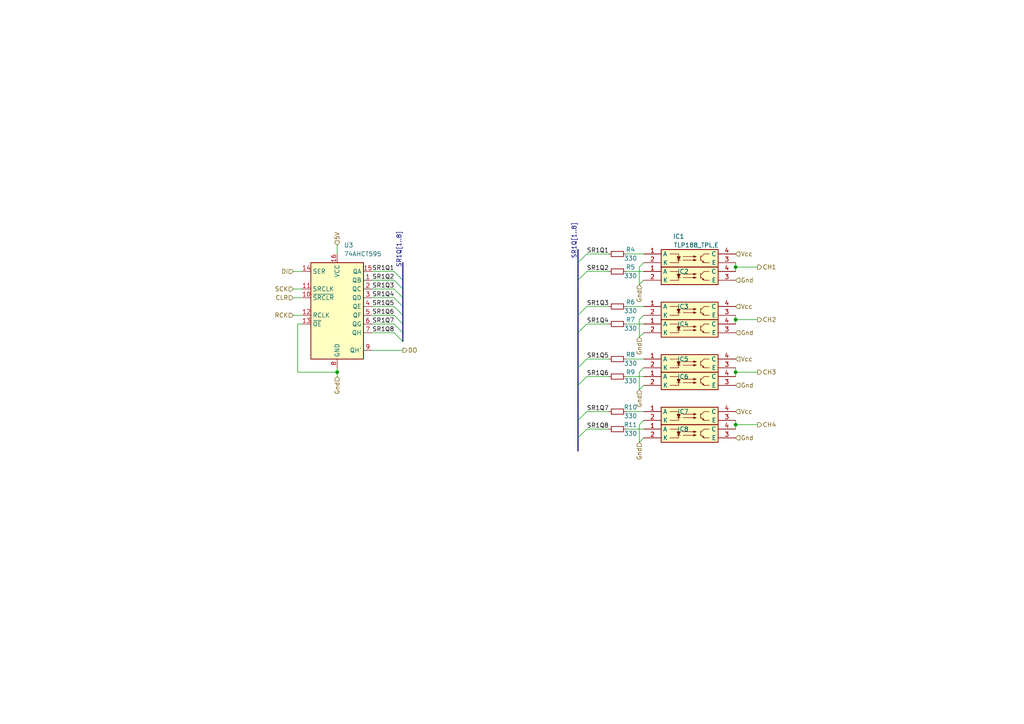
<source format=kicad_sch>
(kicad_sch
	(version 20231120)
	(generator "eeschema")
	(generator_version "8.0")
	(uuid "6a98d37d-529a-443c-98e1-ce7b1f364e4d")
	(paper "A4")
	(lib_symbols
		(symbol "74xx:74AHCT595"
			(exclude_from_sim no)
			(in_bom yes)
			(on_board yes)
			(property "Reference" "U"
				(at -7.62 13.97 0)
				(effects
					(font
						(size 1.27 1.27)
					)
				)
			)
			(property "Value" "74AHCT595"
				(at -7.62 -16.51 0)
				(effects
					(font
						(size 1.27 1.27)
					)
				)
			)
			(property "Footprint" ""
				(at 0 0 0)
				(effects
					(font
						(size 1.27 1.27)
					)
					(hide yes)
				)
			)
			(property "Datasheet" "https://assets.nexperia.com/documents/data-sheet/74AHC_AHCT595.pdf"
				(at 0 0 0)
				(effects
					(font
						(size 1.27 1.27)
					)
					(hide yes)
				)
			)
			(property "Description" "8-bit serial in/out Shift Register 3-State Outputs"
				(at 0 0 0)
				(effects
					(font
						(size 1.27 1.27)
					)
					(hide yes)
				)
			)
			(property "ki_keywords" "AHCTMOS SR 3State"
				(at 0 0 0)
				(effects
					(font
						(size 1.27 1.27)
					)
					(hide yes)
				)
			)
			(property "ki_fp_filters" "DIP*W7.62mm* SOIC*3.9x9.9mm*P1.27mm* TSSOP*4.4x5mm*P0.65mm* SOIC*5.3x10.2mm*P1.27mm* SOIC*7.5x10.3mm*P1.27mm*"
				(at 0 0 0)
				(effects
					(font
						(size 1.27 1.27)
					)
					(hide yes)
				)
			)
			(symbol "74AHCT595_1_0"
				(pin tri_state line
					(at 10.16 7.62 180)
					(length 2.54)
					(name "QB"
						(effects
							(font
								(size 1.27 1.27)
							)
						)
					)
					(number "1"
						(effects
							(font
								(size 1.27 1.27)
							)
						)
					)
				)
				(pin input line
					(at -10.16 2.54 0)
					(length 2.54)
					(name "~{SRCLR}"
						(effects
							(font
								(size 1.27 1.27)
							)
						)
					)
					(number "10"
						(effects
							(font
								(size 1.27 1.27)
							)
						)
					)
				)
				(pin input line
					(at -10.16 5.08 0)
					(length 2.54)
					(name "SRCLK"
						(effects
							(font
								(size 1.27 1.27)
							)
						)
					)
					(number "11"
						(effects
							(font
								(size 1.27 1.27)
							)
						)
					)
				)
				(pin input line
					(at -10.16 -2.54 0)
					(length 2.54)
					(name "RCLK"
						(effects
							(font
								(size 1.27 1.27)
							)
						)
					)
					(number "12"
						(effects
							(font
								(size 1.27 1.27)
							)
						)
					)
				)
				(pin input line
					(at -10.16 -5.08 0)
					(length 2.54)
					(name "~{OE}"
						(effects
							(font
								(size 1.27 1.27)
							)
						)
					)
					(number "13"
						(effects
							(font
								(size 1.27 1.27)
							)
						)
					)
				)
				(pin input line
					(at -10.16 10.16 0)
					(length 2.54)
					(name "SER"
						(effects
							(font
								(size 1.27 1.27)
							)
						)
					)
					(number "14"
						(effects
							(font
								(size 1.27 1.27)
							)
						)
					)
				)
				(pin tri_state line
					(at 10.16 10.16 180)
					(length 2.54)
					(name "QA"
						(effects
							(font
								(size 1.27 1.27)
							)
						)
					)
					(number "15"
						(effects
							(font
								(size 1.27 1.27)
							)
						)
					)
				)
				(pin power_in line
					(at 0 15.24 270)
					(length 2.54)
					(name "VCC"
						(effects
							(font
								(size 1.27 1.27)
							)
						)
					)
					(number "16"
						(effects
							(font
								(size 1.27 1.27)
							)
						)
					)
				)
				(pin tri_state line
					(at 10.16 5.08 180)
					(length 2.54)
					(name "QC"
						(effects
							(font
								(size 1.27 1.27)
							)
						)
					)
					(number "2"
						(effects
							(font
								(size 1.27 1.27)
							)
						)
					)
				)
				(pin tri_state line
					(at 10.16 2.54 180)
					(length 2.54)
					(name "QD"
						(effects
							(font
								(size 1.27 1.27)
							)
						)
					)
					(number "3"
						(effects
							(font
								(size 1.27 1.27)
							)
						)
					)
				)
				(pin tri_state line
					(at 10.16 0 180)
					(length 2.54)
					(name "QE"
						(effects
							(font
								(size 1.27 1.27)
							)
						)
					)
					(number "4"
						(effects
							(font
								(size 1.27 1.27)
							)
						)
					)
				)
				(pin tri_state line
					(at 10.16 -2.54 180)
					(length 2.54)
					(name "QF"
						(effects
							(font
								(size 1.27 1.27)
							)
						)
					)
					(number "5"
						(effects
							(font
								(size 1.27 1.27)
							)
						)
					)
				)
				(pin tri_state line
					(at 10.16 -5.08 180)
					(length 2.54)
					(name "QG"
						(effects
							(font
								(size 1.27 1.27)
							)
						)
					)
					(number "6"
						(effects
							(font
								(size 1.27 1.27)
							)
						)
					)
				)
				(pin tri_state line
					(at 10.16 -7.62 180)
					(length 2.54)
					(name "QH"
						(effects
							(font
								(size 1.27 1.27)
							)
						)
					)
					(number "7"
						(effects
							(font
								(size 1.27 1.27)
							)
						)
					)
				)
				(pin power_in line
					(at 0 -17.78 90)
					(length 2.54)
					(name "GND"
						(effects
							(font
								(size 1.27 1.27)
							)
						)
					)
					(number "8"
						(effects
							(font
								(size 1.27 1.27)
							)
						)
					)
				)
				(pin output line
					(at 10.16 -12.7 180)
					(length 2.54)
					(name "QH'"
						(effects
							(font
								(size 1.27 1.27)
							)
						)
					)
					(number "9"
						(effects
							(font
								(size 1.27 1.27)
							)
						)
					)
				)
			)
			(symbol "74AHCT595_1_1"
				(rectangle
					(start -7.62 12.7)
					(end 7.62 -15.24)
					(stroke
						(width 0.254)
						(type default)
					)
					(fill
						(type background)
					)
				)
			)
		)
		(symbol "Device:R_Small"
			(pin_numbers hide)
			(pin_names
				(offset 0.254) hide)
			(exclude_from_sim no)
			(in_bom yes)
			(on_board yes)
			(property "Reference" "R"
				(at 0.762 0.508 0)
				(effects
					(font
						(size 1.27 1.27)
					)
					(justify left)
				)
			)
			(property "Value" "R_Small"
				(at 0.762 -1.016 0)
				(effects
					(font
						(size 1.27 1.27)
					)
					(justify left)
				)
			)
			(property "Footprint" ""
				(at 0 0 0)
				(effects
					(font
						(size 1.27 1.27)
					)
					(hide yes)
				)
			)
			(property "Datasheet" "~"
				(at 0 0 0)
				(effects
					(font
						(size 1.27 1.27)
					)
					(hide yes)
				)
			)
			(property "Description" "Resistor, small symbol"
				(at 0 0 0)
				(effects
					(font
						(size 1.27 1.27)
					)
					(hide yes)
				)
			)
			(property "ki_keywords" "R resistor"
				(at 0 0 0)
				(effects
					(font
						(size 1.27 1.27)
					)
					(hide yes)
				)
			)
			(property "ki_fp_filters" "R_*"
				(at 0 0 0)
				(effects
					(font
						(size 1.27 1.27)
					)
					(hide yes)
				)
			)
			(symbol "R_Small_0_1"
				(rectangle
					(start -0.762 1.778)
					(end 0.762 -1.778)
					(stroke
						(width 0.2032)
						(type default)
					)
					(fill
						(type none)
					)
				)
			)
			(symbol "R_Small_1_1"
				(pin passive line
					(at 0 2.54 270)
					(length 0.762)
					(name "~"
						(effects
							(font
								(size 1.27 1.27)
							)
						)
					)
					(number "1"
						(effects
							(font
								(size 1.27 1.27)
							)
						)
					)
				)
				(pin passive line
					(at 0 -2.54 90)
					(length 0.762)
					(name "~"
						(effects
							(font
								(size 1.27 1.27)
							)
						)
					)
					(number "2"
						(effects
							(font
								(size 1.27 1.27)
							)
						)
					)
				)
			)
		)
		(symbol "TLP188_TPL,E_1"
			(exclude_from_sim no)
			(in_bom yes)
			(on_board yes)
			(property "Reference" "IC1"
				(at 10.16 5.08 0)
				(effects
					(font
						(size 1.27 1.27)
					)
				)
			)
			(property "Value" "TLP188_TPL,E"
				(at 15.24 2.54 0)
				(effects
					(font
						(size 1.27 1.27)
					)
				)
			)
			(property "Footprint" "SOP254P700X220-4N"
				(at 34.29 -94.92 0)
				(effects
					(font
						(size 1.27 1.27)
					)
					(justify left top)
					(hide yes)
				)
			)
			(property "Datasheet" "http://toshiba.semicon-storage.com/info/docget.jsp?did=13932&prodName=TLP188"
				(at 34.29 -194.92 0)
				(effects
					(font
						(size 1.27 1.27)
					)
					(justify left top)
					(hide yes)
				)
			)
			(property "Description" "Transistor Output Optocouplers X36 PBF Transistor Cplr DC I/P VCEO350V"
				(at 0 0 0)
				(effects
					(font
						(size 1.27 1.27)
					)
					(hide yes)
				)
			)
			(property "Height" "2.2"
				(at 34.29 -394.92 0)
				(effects
					(font
						(size 1.27 1.27)
					)
					(justify left top)
					(hide yes)
				)
			)
			(property "RS Part Number" ""
				(at 34.29 -494.92 0)
				(effects
					(font
						(size 1.27 1.27)
					)
					(justify left top)
					(hide yes)
				)
			)
			(property "RS Price/Stock" ""
				(at 34.29 -594.92 0)
				(effects
					(font
						(size 1.27 1.27)
					)
					(justify left top)
					(hide yes)
				)
			)
			(property "Manufacturer_Name" "Toshiba"
				(at 34.29 -694.92 0)
				(effects
					(font
						(size 1.27 1.27)
					)
					(justify left top)
					(hide yes)
				)
			)
			(property "Manufacturer_Part_Number" "TLP188(TPL,E"
				(at 34.29 -794.92 0)
				(effects
					(font
						(size 1.27 1.27)
					)
					(justify left top)
					(hide yes)
				)
			)
			(symbol "TLP188_TPL,E_1_0_1"
				(polyline
					(pts
						(xy 9.652 -1.778) (xy 10.668 -1.778)
					)
					(stroke
						(width 0)
						(type default)
					)
					(fill
						(type none)
					)
				)
				(polyline
					(pts
						(xy 7.62 0) (xy 10.16 0) (xy 10.16 -2.54) (xy 7.62 -2.54)
					)
					(stroke
						(width 0)
						(type default)
					)
					(fill
						(type none)
					)
				)
			)
			(symbol "TLP188_TPL,E_1_1_1"
				(polyline
					(pts
						(xy 11.43 -1.778) (xy 15.24 -1.778)
					)
					(stroke
						(width 0)
						(type default)
					)
					(fill
						(type none)
					)
				)
				(polyline
					(pts
						(xy 11.43 -0.762) (xy 15.24 -0.762)
					)
					(stroke
						(width 0)
						(type default)
					)
					(fill
						(type none)
					)
				)
				(polyline
					(pts
						(xy 16.51 -1.524) (xy 17.526 -2.54)
					)
					(stroke
						(width 0)
						(type default)
					)
					(fill
						(type none)
					)
				)
				(polyline
					(pts
						(xy 16.51 -0.508) (xy 16.51 -2.032)
					)
					(stroke
						(width 0)
						(type default)
					)
					(fill
						(type none)
					)
				)
				(polyline
					(pts
						(xy 17.526 -2.54) (xy 17.78 -2.54)
					)
					(stroke
						(width 0)
						(type default)
					)
					(fill
						(type none)
					)
				)
				(polyline
					(pts
						(xy 17.526 0) (xy 16.51 -1.016)
					)
					(stroke
						(width 0)
						(type default)
					)
					(fill
						(type none)
					)
				)
				(polyline
					(pts
						(xy 19.05 -2.54) (xy 17.78 -2.54)
					)
					(stroke
						(width 0)
						(type default)
					)
					(fill
						(type none)
					)
				)
				(polyline
					(pts
						(xy 19.05 0) (xy 17.526 0)
					)
					(stroke
						(width 0)
						(type default)
					)
					(fill
						(type none)
					)
				)
				(polyline
					(pts
						(xy 9.652 -0.762) (xy 10.668 -0.762) (xy 10.16 -1.778) (xy 9.652 -0.762)
					)
					(stroke
						(width 0)
						(type default)
					)
					(fill
						(type outline)
					)
				)
				(polyline
					(pts
						(xy 15.24 -1.778) (xy 14.478 -1.524) (xy 14.478 -2.032) (xy 15.24 -1.778)
					)
					(stroke
						(width 0)
						(type default)
					)
					(fill
						(type outline)
					)
				)
				(polyline
					(pts
						(xy 15.24 -0.762) (xy 14.478 -0.508) (xy 14.478 -1.016) (xy 15.24 -0.762)
					)
					(stroke
						(width 0)
						(type default)
					)
					(fill
						(type outline)
					)
				)
				(polyline
					(pts
						(xy 17.272 -2.032) (xy 17.018 -2.286) (xy 17.526 -2.54) (xy 17.272 -2.032)
					)
					(stroke
						(width 0)
						(type default)
					)
					(fill
						(type outline)
					)
				)
				(rectangle
					(start 5.08 1.27)
					(end 21.59 -3.81)
					(stroke
						(width 0.254)
						(type default)
					)
					(fill
						(type background)
					)
				)
				(pin passive line
					(at 0 0 0)
					(length 5.08)
					(name "A"
						(effects
							(font
								(size 1.27 1.27)
							)
						)
					)
					(number "1"
						(effects
							(font
								(size 1.27 1.27)
							)
						)
					)
				)
				(pin passive line
					(at 0 -2.54 0)
					(length 5.08)
					(name "K"
						(effects
							(font
								(size 1.27 1.27)
							)
						)
					)
					(number "2"
						(effects
							(font
								(size 1.27 1.27)
							)
						)
					)
				)
				(pin passive line
					(at 26.67 -2.54 180)
					(length 5.08)
					(name "E"
						(effects
							(font
								(size 1.27 1.27)
							)
						)
					)
					(number "3"
						(effects
							(font
								(size 1.27 1.27)
							)
						)
					)
				)
				(pin passive line
					(at 26.67 0 180)
					(length 5.08)
					(name "C"
						(effects
							(font
								(size 1.27 1.27)
							)
						)
					)
					(number "4"
						(effects
							(font
								(size 1.27 1.27)
							)
						)
					)
				)
			)
		)
		(symbol "TLP188_TPL,E_2"
			(exclude_from_sim no)
			(in_bom yes)
			(on_board yes)
			(property "Reference" "IC1"
				(at 10.16 5.08 0)
				(effects
					(font
						(size 1.27 1.27)
					)
				)
			)
			(property "Value" "TLP188_TPL,E"
				(at 15.24 2.54 0)
				(effects
					(font
						(size 1.27 1.27)
					)
				)
			)
			(property "Footprint" "SamacSys:SOP254P700X220-4N"
				(at 34.29 -94.92 0)
				(effects
					(font
						(size 1.27 1.27)
					)
					(justify left top)
					(hide yes)
				)
			)
			(property "Datasheet" "http://toshiba.semicon-storage.com/info/docget.jsp?did=13932&prodName=TLP188"
				(at 34.29 -194.92 0)
				(effects
					(font
						(size 1.27 1.27)
					)
					(justify left top)
					(hide yes)
				)
			)
			(property "Description" "Transistor Output Optocouplers X36 PBF Transistor Cplr DC I/P VCEO350V"
				(at 0 0 0)
				(effects
					(font
						(size 1.27 1.27)
					)
					(hide yes)
				)
			)
			(property "Height" "2.2"
				(at 34.29 -394.92 0)
				(effects
					(font
						(size 1.27 1.27)
					)
					(justify left top)
					(hide yes)
				)
			)
			(property "RS Part Number" ""
				(at 34.29 -494.92 0)
				(effects
					(font
						(size 1.27 1.27)
					)
					(justify left top)
					(hide yes)
				)
			)
			(property "RS Price/Stock" ""
				(at 34.29 -594.92 0)
				(effects
					(font
						(size 1.27 1.27)
					)
					(justify left top)
					(hide yes)
				)
			)
			(property "Manufacturer_Name" "Toshiba"
				(at 34.29 -694.92 0)
				(effects
					(font
						(size 1.27 1.27)
					)
					(justify left top)
					(hide yes)
				)
			)
			(property "Manufacturer_Part_Number" "TLP188(TPL,E"
				(at 34.29 -794.92 0)
				(effects
					(font
						(size 1.27 1.27)
					)
					(justify left top)
					(hide yes)
				)
			)
			(symbol "TLP188_TPL,E_2_0_1"
				(polyline
					(pts
						(xy 9.652 -1.778) (xy 10.668 -1.778)
					)
					(stroke
						(width 0)
						(type default)
					)
					(fill
						(type none)
					)
				)
				(polyline
					(pts
						(xy 7.62 0) (xy 10.16 0) (xy 10.16 -2.54) (xy 7.62 -2.54)
					)
					(stroke
						(width 0)
						(type default)
					)
					(fill
						(type none)
					)
				)
			)
			(symbol "TLP188_TPL,E_2_1_1"
				(polyline
					(pts
						(xy 11.43 -1.778) (xy 15.24 -1.778)
					)
					(stroke
						(width 0)
						(type default)
					)
					(fill
						(type none)
					)
				)
				(polyline
					(pts
						(xy 11.43 -0.762) (xy 15.24 -0.762)
					)
					(stroke
						(width 0)
						(type default)
					)
					(fill
						(type none)
					)
				)
				(polyline
					(pts
						(xy 16.51 -1.524) (xy 17.526 -2.54)
					)
					(stroke
						(width 0)
						(type default)
					)
					(fill
						(type none)
					)
				)
				(polyline
					(pts
						(xy 16.51 -0.508) (xy 16.51 -2.032)
					)
					(stroke
						(width 0)
						(type default)
					)
					(fill
						(type none)
					)
				)
				(polyline
					(pts
						(xy 17.526 -2.54) (xy 17.78 -2.54)
					)
					(stroke
						(width 0)
						(type default)
					)
					(fill
						(type none)
					)
				)
				(polyline
					(pts
						(xy 17.526 0) (xy 16.51 -1.016)
					)
					(stroke
						(width 0)
						(type default)
					)
					(fill
						(type none)
					)
				)
				(polyline
					(pts
						(xy 19.05 -2.54) (xy 17.78 -2.54)
					)
					(stroke
						(width 0)
						(type default)
					)
					(fill
						(type none)
					)
				)
				(polyline
					(pts
						(xy 19.05 0) (xy 17.526 0)
					)
					(stroke
						(width 0)
						(type default)
					)
					(fill
						(type none)
					)
				)
				(polyline
					(pts
						(xy 9.652 -0.762) (xy 10.668 -0.762) (xy 10.16 -1.778) (xy 9.652 -0.762)
					)
					(stroke
						(width 0)
						(type default)
					)
					(fill
						(type outline)
					)
				)
				(polyline
					(pts
						(xy 15.24 -1.778) (xy 14.478 -1.524) (xy 14.478 -2.032) (xy 15.24 -1.778)
					)
					(stroke
						(width 0)
						(type default)
					)
					(fill
						(type outline)
					)
				)
				(polyline
					(pts
						(xy 15.24 -0.762) (xy 14.478 -0.508) (xy 14.478 -1.016) (xy 15.24 -0.762)
					)
					(stroke
						(width 0)
						(type default)
					)
					(fill
						(type outline)
					)
				)
				(polyline
					(pts
						(xy 17.272 -2.032) (xy 17.018 -2.286) (xy 17.526 -2.54) (xy 17.272 -2.032)
					)
					(stroke
						(width 0)
						(type default)
					)
					(fill
						(type outline)
					)
				)
				(rectangle
					(start 5.08 1.27)
					(end 21.59 -3.81)
					(stroke
						(width 0.254)
						(type default)
					)
					(fill
						(type background)
					)
				)
				(pin passive line
					(at 0 0 0)
					(length 5.08)
					(name "A"
						(effects
							(font
								(size 1.27 1.27)
							)
						)
					)
					(number "1"
						(effects
							(font
								(size 1.27 1.27)
							)
						)
					)
				)
				(pin passive line
					(at 0 -2.54 0)
					(length 5.08)
					(name "K"
						(effects
							(font
								(size 1.27 1.27)
							)
						)
					)
					(number "2"
						(effects
							(font
								(size 1.27 1.27)
							)
						)
					)
				)
				(pin passive line
					(at 26.67 -2.54 180)
					(length 5.08)
					(name "E"
						(effects
							(font
								(size 1.27 1.27)
							)
						)
					)
					(number "3"
						(effects
							(font
								(size 1.27 1.27)
							)
						)
					)
				)
				(pin passive line
					(at 26.67 0 180)
					(length 5.08)
					(name "C"
						(effects
							(font
								(size 1.27 1.27)
							)
						)
					)
					(number "4"
						(effects
							(font
								(size 1.27 1.27)
							)
						)
					)
				)
			)
		)
	)
	(junction
		(at 213.36 123.19)
		(diameter 0)
		(color 0 0 0 0)
		(uuid "32399629-2e90-4272-9a89-59fc1b2d0773")
	)
	(junction
		(at 97.79 107.95)
		(diameter 0)
		(color 0 0 0 0)
		(uuid "9da778ce-ca30-4a91-93dd-2f8fb7f32c08")
	)
	(junction
		(at 213.36 107.95)
		(diameter 0)
		(color 0 0 0 0)
		(uuid "b0e2578b-5be7-47ec-a87f-843630a70eb4")
	)
	(junction
		(at 213.36 92.71)
		(diameter 0)
		(color 0 0 0 0)
		(uuid "e879c2c5-b0d5-42fc-8bfd-2e19706549e7")
	)
	(junction
		(at 213.36 77.47)
		(diameter 0)
		(color 0 0 0 0)
		(uuid "fd4c2671-4afc-49e1-8830-486009c705f3")
	)
	(bus_entry
		(at 167.64 106.68)
		(size 2.54 -2.54)
		(stroke
			(width 0)
			(type default)
		)
		(uuid "17cb3402-4dfa-4c04-a806-30fb6158b748")
	)
	(bus_entry
		(at 167.64 76.2)
		(size 2.54 -2.54)
		(stroke
			(width 0)
			(type default)
		)
		(uuid "229b48fa-35ea-4869-9e7c-3e258cc7ab75")
	)
	(bus_entry
		(at 116.84 88.9)
		(size -2.54 -2.54)
		(stroke
			(width 0)
			(type default)
		)
		(uuid "2758c469-c593-4982-89f3-ffea6e5afcdf")
	)
	(bus_entry
		(at 167.64 111.76)
		(size 2.54 -2.54)
		(stroke
			(width 0)
			(type default)
		)
		(uuid "2c6bbc37-6278-4771-931d-3038ecfc5d74")
	)
	(bus_entry
		(at 167.64 96.52)
		(size 2.54 -2.54)
		(stroke
			(width 0)
			(type default)
		)
		(uuid "37b5776d-5c14-44f1-9102-a1d220ad6fd8")
	)
	(bus_entry
		(at 116.84 96.52)
		(size -2.54 -2.54)
		(stroke
			(width 0)
			(type default)
		)
		(uuid "4acd79e3-e1c6-4783-b25b-12eb6daa1b1e")
	)
	(bus_entry
		(at 116.84 93.98)
		(size -2.54 -2.54)
		(stroke
			(width 0)
			(type default)
		)
		(uuid "6778846e-a8cc-419c-a2cc-5211947562b1")
	)
	(bus_entry
		(at 116.84 81.28)
		(size -2.54 -2.54)
		(stroke
			(width 0)
			(type default)
		)
		(uuid "6e61cb4b-8603-4fc5-9e06-fd8c19a11a17")
	)
	(bus_entry
		(at 116.84 91.44)
		(size -2.54 -2.54)
		(stroke
			(width 0)
			(type default)
		)
		(uuid "8a604ba1-7f40-4c49-9d02-3f0b7b2584ec")
	)
	(bus_entry
		(at 116.84 99.06)
		(size -2.54 -2.54)
		(stroke
			(width 0)
			(type default)
		)
		(uuid "8e8cfbd3-8b08-4915-b1f6-1e77b1608ca1")
	)
	(bus_entry
		(at 167.64 121.92)
		(size 2.54 -2.54)
		(stroke
			(width 0)
			(type default)
		)
		(uuid "9085df6e-c587-450d-ae9c-fc97d8d2aca2")
	)
	(bus_entry
		(at 167.64 91.44)
		(size 2.54 -2.54)
		(stroke
			(width 0)
			(type default)
		)
		(uuid "9abc390c-1ebb-4cc7-bbab-cc608a191c73")
	)
	(bus_entry
		(at 167.64 127)
		(size 2.54 -2.54)
		(stroke
			(width 0)
			(type default)
		)
		(uuid "9edbb157-ea1e-42e5-9dc4-79511435c153")
	)
	(bus_entry
		(at 116.84 86.36)
		(size -2.54 -2.54)
		(stroke
			(width 0)
			(type default)
		)
		(uuid "a865cc60-9c05-4639-869d-24d547417bad")
	)
	(bus_entry
		(at 167.64 81.28)
		(size 2.54 -2.54)
		(stroke
			(width 0)
			(type default)
		)
		(uuid "b93057c8-ea0e-45af-bff3-1c36153537e2")
	)
	(bus_entry
		(at 116.84 83.82)
		(size -2.54 -2.54)
		(stroke
			(width 0)
			(type default)
		)
		(uuid "c2634bba-ec0e-4fd9-b1ca-b8ca7b187657")
	)
	(wire
		(pts
			(xy 170.18 73.66) (xy 176.53 73.66)
		)
		(stroke
			(width 0)
			(type default)
		)
		(uuid "01cc17b4-30f1-41f6-bc6b-f26a3cde8947")
	)
	(bus
		(pts
			(xy 167.64 127) (xy 167.64 130.81)
		)
		(stroke
			(width 0)
			(type default)
		)
		(uuid "094c0ba1-4672-4fe6-902c-9743c871c10b")
	)
	(wire
		(pts
			(xy 170.18 109.22) (xy 176.53 109.22)
		)
		(stroke
			(width 0)
			(type default)
		)
		(uuid "0f32fe17-7ae9-403a-bf9b-80e14b11c335")
	)
	(wire
		(pts
			(xy 186.69 119.38) (xy 181.61 119.38)
		)
		(stroke
			(width 0)
			(type default)
		)
		(uuid "10a51c75-f3d6-42e9-a71b-05c763479b9b")
	)
	(wire
		(pts
			(xy 114.3 83.82) (xy 107.95 83.82)
		)
		(stroke
			(width 0)
			(type default)
		)
		(uuid "1185f9a7-593f-4edf-9990-72a44f8aca6e")
	)
	(wire
		(pts
			(xy 213.36 91.44) (xy 213.36 92.71)
		)
		(stroke
			(width 0)
			(type default)
		)
		(uuid "16174982-4a7f-4224-b060-88c924b225f1")
	)
	(bus
		(pts
			(xy 116.84 96.52) (xy 116.84 99.06)
		)
		(stroke
			(width 0)
			(type default)
		)
		(uuid "1bd98f2a-3bc1-42ef-a2bd-7d94108ace10")
	)
	(wire
		(pts
			(xy 186.69 78.74) (xy 181.61 78.74)
		)
		(stroke
			(width 0)
			(type default)
		)
		(uuid "1c0373da-baa2-4d0e-8f4c-7f3a0b3e6d80")
	)
	(bus
		(pts
			(xy 167.64 72.39) (xy 167.64 76.2)
		)
		(stroke
			(width 0)
			(type default)
		)
		(uuid "1c192bef-c8dd-402f-baee-56fff68db959")
	)
	(wire
		(pts
			(xy 219.71 92.71) (xy 213.36 92.71)
		)
		(stroke
			(width 0)
			(type default)
		)
		(uuid "1ee87ed6-7e2e-4804-baff-4c007e934a58")
	)
	(wire
		(pts
			(xy 213.36 76.2) (xy 213.36 77.47)
		)
		(stroke
			(width 0)
			(type default)
		)
		(uuid "228303fa-0b50-4a01-b68a-02ff49fbd008")
	)
	(bus
		(pts
			(xy 116.84 93.98) (xy 116.84 96.52)
		)
		(stroke
			(width 0)
			(type default)
		)
		(uuid "25e98c86-6864-4d1d-92ce-f17a9726d0b0")
	)
	(wire
		(pts
			(xy 186.69 76.2) (xy 185.42 77.47)
		)
		(stroke
			(width 0)
			(type default)
		)
		(uuid "2d7968c2-7407-47a5-a109-acf8d73e1a31")
	)
	(wire
		(pts
			(xy 186.69 91.44) (xy 185.42 92.71)
		)
		(stroke
			(width 0)
			(type default)
		)
		(uuid "3148c1de-c562-4a52-9dd5-91c28b4735c1")
	)
	(wire
		(pts
			(xy 114.3 86.36) (xy 107.95 86.36)
		)
		(stroke
			(width 0)
			(type default)
		)
		(uuid "31c39358-6f94-47d4-bfa1-113ebc181c6e")
	)
	(wire
		(pts
			(xy 170.18 119.38) (xy 176.53 119.38)
		)
		(stroke
			(width 0)
			(type default)
		)
		(uuid "332a8aab-a683-46b3-94dc-13a3498395a8")
	)
	(wire
		(pts
			(xy 213.36 106.68) (xy 213.36 107.95)
		)
		(stroke
			(width 0)
			(type default)
		)
		(uuid "33ff4e2f-7ac9-4948-a780-bd715491a4fd")
	)
	(bus
		(pts
			(xy 167.64 91.44) (xy 167.64 96.52)
		)
		(stroke
			(width 0)
			(type default)
		)
		(uuid "35842c64-3fbc-41a7-9a0b-20bd443a4a73")
	)
	(wire
		(pts
			(xy 85.09 83.82) (xy 87.63 83.82)
		)
		(stroke
			(width 0)
			(type default)
		)
		(uuid "3ce0b233-eccf-4267-b67a-2ac3f64c631e")
	)
	(wire
		(pts
			(xy 114.3 93.98) (xy 107.95 93.98)
		)
		(stroke
			(width 0)
			(type default)
		)
		(uuid "3e9ac36e-0f8e-4e99-a759-d27294aed657")
	)
	(wire
		(pts
			(xy 185.42 107.95) (xy 185.42 113.03)
		)
		(stroke
			(width 0)
			(type default)
		)
		(uuid "40e29691-5b42-4966-95ec-7d9872470328")
	)
	(wire
		(pts
			(xy 107.95 88.9) (xy 114.3 88.9)
		)
		(stroke
			(width 0)
			(type default)
		)
		(uuid "4202c5a7-4319-4d85-9d89-e29f2d0f8ec0")
	)
	(wire
		(pts
			(xy 170.18 93.98) (xy 176.53 93.98)
		)
		(stroke
			(width 0)
			(type default)
		)
		(uuid "42eef8ef-5ac4-498f-8e79-eb0c3fe4526d")
	)
	(wire
		(pts
			(xy 85.09 91.44) (xy 87.63 91.44)
		)
		(stroke
			(width 0)
			(type default)
		)
		(uuid "48916e4a-53c0-4c41-bab9-b3eefef0cf4f")
	)
	(bus
		(pts
			(xy 167.64 81.28) (xy 167.64 91.44)
		)
		(stroke
			(width 0)
			(type default)
		)
		(uuid "4e8b20f4-7385-46b3-bc15-0b733303ed05")
	)
	(bus
		(pts
			(xy 116.84 81.28) (xy 116.84 83.82)
		)
		(stroke
			(width 0)
			(type default)
		)
		(uuid "53c62609-7754-47e1-b7a1-5f83a5b30bb7")
	)
	(bus
		(pts
			(xy 167.64 96.52) (xy 167.64 106.68)
		)
		(stroke
			(width 0)
			(type default)
		)
		(uuid "5937ee66-b0ed-4352-89be-4bbc7df32f53")
	)
	(wire
		(pts
			(xy 181.61 88.9) (xy 186.69 88.9)
		)
		(stroke
			(width 0)
			(type default)
		)
		(uuid "5c4c6cde-d565-435a-aad0-60fee68d2c18")
	)
	(wire
		(pts
			(xy 219.71 107.95) (xy 213.36 107.95)
		)
		(stroke
			(width 0)
			(type default)
		)
		(uuid "6065f521-fd45-40c1-91f7-c51eb00a7997")
	)
	(wire
		(pts
			(xy 186.69 93.98) (xy 181.61 93.98)
		)
		(stroke
			(width 0)
			(type default)
		)
		(uuid "61ef554e-3e03-4947-81dd-9fc158e5886e")
	)
	(wire
		(pts
			(xy 170.18 88.9) (xy 176.53 88.9)
		)
		(stroke
			(width 0)
			(type default)
		)
		(uuid "63593e8e-b6c9-4981-9507-98502d01363a")
	)
	(bus
		(pts
			(xy 116.84 83.82) (xy 116.84 86.36)
		)
		(stroke
			(width 0)
			(type default)
		)
		(uuid "674d8083-ef01-42ac-ab2f-dfe02a41c4eb")
	)
	(wire
		(pts
			(xy 186.69 104.14) (xy 181.61 104.14)
		)
		(stroke
			(width 0)
			(type default)
		)
		(uuid "6dfcc81a-9eb3-4819-aa45-f4cc7eb80a33")
	)
	(wire
		(pts
			(xy 87.63 93.98) (xy 86.36 93.98)
		)
		(stroke
			(width 0)
			(type default)
		)
		(uuid "701f89b8-398f-46a1-ab85-62d34fd43ef4")
	)
	(wire
		(pts
			(xy 186.69 127) (xy 185.42 128.27)
		)
		(stroke
			(width 0)
			(type default)
		)
		(uuid "7580c194-0421-4e59-b50a-cc08079048a7")
	)
	(wire
		(pts
			(xy 170.18 78.74) (xy 176.53 78.74)
		)
		(stroke
			(width 0)
			(type default)
		)
		(uuid "7853f75c-512f-4be2-8d08-1a45abafda25")
	)
	(bus
		(pts
			(xy 167.64 76.2) (xy 167.64 81.28)
		)
		(stroke
			(width 0)
			(type default)
		)
		(uuid "78f462ec-0e54-47d3-95cc-bb88016a1de7")
	)
	(wire
		(pts
			(xy 186.69 111.76) (xy 185.42 113.03)
		)
		(stroke
			(width 0)
			(type default)
		)
		(uuid "86c83a2f-1b3b-40a3-9f2c-73db7157ccf1")
	)
	(wire
		(pts
			(xy 97.79 107.95) (xy 97.79 109.22)
		)
		(stroke
			(width 0)
			(type default)
		)
		(uuid "89b7eefd-ecc3-4008-9af4-b3a53cb87960")
	)
	(wire
		(pts
			(xy 213.36 77.47) (xy 213.36 78.74)
		)
		(stroke
			(width 0)
			(type default)
		)
		(uuid "91ccba03-f5c8-48da-9921-3aecc0bf50c1")
	)
	(wire
		(pts
			(xy 85.09 78.74) (xy 87.63 78.74)
		)
		(stroke
			(width 0)
			(type default)
		)
		(uuid "92628e69-a276-4447-bddb-68e856e654ac")
	)
	(wire
		(pts
			(xy 107.95 78.74) (xy 114.3 78.74)
		)
		(stroke
			(width 0)
			(type default)
		)
		(uuid "999fe251-3b05-40bd-b920-b3282669b32d")
	)
	(bus
		(pts
			(xy 116.84 88.9) (xy 116.84 91.44)
		)
		(stroke
			(width 0)
			(type default)
		)
		(uuid "9fa44d5d-fc98-4b1f-9037-da05865e81d9")
	)
	(wire
		(pts
			(xy 107.95 96.52) (xy 114.3 96.52)
		)
		(stroke
			(width 0)
			(type default)
		)
		(uuid "a32c439c-2bc0-4139-a4ab-42f5592a6907")
	)
	(wire
		(pts
			(xy 186.69 121.92) (xy 185.42 123.19)
		)
		(stroke
			(width 0)
			(type default)
		)
		(uuid "a482a612-01e5-4934-b76c-d578fbe754cd")
	)
	(wire
		(pts
			(xy 213.36 123.19) (xy 213.36 124.46)
		)
		(stroke
			(width 0)
			(type default)
		)
		(uuid "a614b958-dac6-473c-85d7-9746a6733787")
	)
	(wire
		(pts
			(xy 185.42 92.71) (xy 185.42 97.79)
		)
		(stroke
			(width 0)
			(type default)
		)
		(uuid "a769f6a6-101f-46c2-bf90-cdf2c3c1054c")
	)
	(bus
		(pts
			(xy 116.84 76.2) (xy 116.84 81.28)
		)
		(stroke
			(width 0)
			(type default)
		)
		(uuid "a90b38fe-f736-439b-a0d2-e6808a864ad8")
	)
	(wire
		(pts
			(xy 186.69 124.46) (xy 181.61 124.46)
		)
		(stroke
			(width 0)
			(type default)
		)
		(uuid "ada04d2a-959a-496a-b3c3-518de160b27e")
	)
	(wire
		(pts
			(xy 186.69 109.22) (xy 181.61 109.22)
		)
		(stroke
			(width 0)
			(type default)
		)
		(uuid "aff34ae8-fd2a-4b3a-84cc-90d7aba505f9")
	)
	(wire
		(pts
			(xy 97.79 106.68) (xy 97.79 107.95)
		)
		(stroke
			(width 0)
			(type default)
		)
		(uuid "b2d06dd9-0eb6-4452-a940-fad12d96fc4b")
	)
	(wire
		(pts
			(xy 219.71 123.19) (xy 213.36 123.19)
		)
		(stroke
			(width 0)
			(type default)
		)
		(uuid "b3cafc0c-7be8-4bfc-bb32-f13b6cec60f3")
	)
	(wire
		(pts
			(xy 185.42 77.47) (xy 185.42 82.55)
		)
		(stroke
			(width 0)
			(type default)
		)
		(uuid "bf316ca1-06d6-4c63-8548-e952b08aede8")
	)
	(wire
		(pts
			(xy 170.18 124.46) (xy 176.53 124.46)
		)
		(stroke
			(width 0)
			(type default)
		)
		(uuid "bf653351-d2ff-4563-b64f-e90e65f2c9d0")
	)
	(wire
		(pts
			(xy 86.36 93.98) (xy 86.36 107.95)
		)
		(stroke
			(width 0)
			(type default)
		)
		(uuid "bfc30bff-ed17-4bf7-9567-5037e8d27d9e")
	)
	(wire
		(pts
			(xy 213.36 107.95) (xy 213.36 109.22)
		)
		(stroke
			(width 0)
			(type default)
		)
		(uuid "c1243b6d-2d9a-47a6-bcca-0074a2b8fd0c")
	)
	(wire
		(pts
			(xy 97.79 71.12) (xy 97.79 73.66)
		)
		(stroke
			(width 0)
			(type default)
		)
		(uuid "d004ce4c-91dc-49cc-9e51-7357984578ba")
	)
	(wire
		(pts
			(xy 181.61 73.66) (xy 186.69 73.66)
		)
		(stroke
			(width 0)
			(type default)
		)
		(uuid "d2306735-31f5-4c8c-9021-2a9690263392")
	)
	(wire
		(pts
			(xy 186.69 96.52) (xy 185.42 97.79)
		)
		(stroke
			(width 0)
			(type default)
		)
		(uuid "d435e4c4-a69a-407f-ba06-0f78a9c8e30a")
	)
	(wire
		(pts
			(xy 213.36 121.92) (xy 213.36 123.19)
		)
		(stroke
			(width 0)
			(type default)
		)
		(uuid "d5aa7ff3-188c-4791-9e4d-c7f29a6674c2")
	)
	(bus
		(pts
			(xy 116.84 91.44) (xy 116.84 93.98)
		)
		(stroke
			(width 0)
			(type default)
		)
		(uuid "d82cc0df-71fb-44ec-a3b8-ebcf939fe3bc")
	)
	(bus
		(pts
			(xy 116.84 86.36) (xy 116.84 88.9)
		)
		(stroke
			(width 0)
			(type default)
		)
		(uuid "de422a28-0f20-4884-8e86-79ab40979e74")
	)
	(wire
		(pts
			(xy 219.71 77.47) (xy 213.36 77.47)
		)
		(stroke
			(width 0)
			(type default)
		)
		(uuid "e1acb0d4-5d87-4db6-b5ec-fd090c695818")
	)
	(wire
		(pts
			(xy 114.3 81.28) (xy 107.95 81.28)
		)
		(stroke
			(width 0)
			(type default)
		)
		(uuid "e293f769-f625-4b49-a0f4-a5cd93706a53")
	)
	(wire
		(pts
			(xy 185.42 123.19) (xy 185.42 128.27)
		)
		(stroke
			(width 0)
			(type default)
		)
		(uuid "e81ee96a-56f5-44ee-b4ca-e1aa79336a6d")
	)
	(bus
		(pts
			(xy 167.64 121.92) (xy 167.64 127)
		)
		(stroke
			(width 0)
			(type default)
		)
		(uuid "e85a2d2a-6385-4e53-a35a-5b69801a9857")
	)
	(bus
		(pts
			(xy 167.64 106.68) (xy 167.64 111.76)
		)
		(stroke
			(width 0)
			(type default)
		)
		(uuid "e98823e0-c558-42b5-aaec-5eceb8684d2f")
	)
	(wire
		(pts
			(xy 85.09 86.36) (xy 87.63 86.36)
		)
		(stroke
			(width 0)
			(type default)
		)
		(uuid "ebbd077c-ff0f-4cb4-a7ed-52b4342a24a8")
	)
	(wire
		(pts
			(xy 186.69 106.68) (xy 185.42 107.95)
		)
		(stroke
			(width 0)
			(type default)
		)
		(uuid "eca7d4bd-a376-4b55-b859-4acdd6827afd")
	)
	(wire
		(pts
			(xy 116.84 101.6) (xy 107.95 101.6)
		)
		(stroke
			(width 0)
			(type default)
		)
		(uuid "f10d9ae8-29ce-4107-92dd-e25ea88cb6aa")
	)
	(bus
		(pts
			(xy 167.64 111.76) (xy 167.64 121.92)
		)
		(stroke
			(width 0)
			(type default)
		)
		(uuid "f23144a0-0f1b-437f-92c0-43ca821d1d47")
	)
	(wire
		(pts
			(xy 170.18 104.14) (xy 176.53 104.14)
		)
		(stroke
			(width 0)
			(type default)
		)
		(uuid "f5eae003-f942-4fc2-bb33-cb27bd5492d3")
	)
	(wire
		(pts
			(xy 114.3 91.44) (xy 107.95 91.44)
		)
		(stroke
			(width 0)
			(type default)
		)
		(uuid "f86c1ea5-7a08-4c96-ba68-cf4837a25d3e")
	)
	(wire
		(pts
			(xy 86.36 107.95) (xy 97.79 107.95)
		)
		(stroke
			(width 0)
			(type default)
		)
		(uuid "f9ff4561-a3ac-445f-a768-7ad91ae37d6b")
	)
	(wire
		(pts
			(xy 213.36 92.71) (xy 213.36 93.98)
		)
		(stroke
			(width 0)
			(type default)
		)
		(uuid "fd467f37-5acf-43fd-93c7-a7119c196826")
	)
	(wire
		(pts
			(xy 186.69 81.28) (xy 185.42 82.55)
		)
		(stroke
			(width 0)
			(type default)
		)
		(uuid "fd64a225-5c46-4255-9efa-3669d049f3e9")
	)
	(label "SR1Q2"
		(at 107.95 81.28 0)
		(fields_autoplaced yes)
		(effects
			(font
				(size 1.27 1.27)
			)
			(justify left bottom)
		)
		(uuid "074c6e72-bd71-4f80-bd24-ce15b19166c4")
	)
	(label "SR1Q4"
		(at 107.95 86.36 0)
		(fields_autoplaced yes)
		(effects
			(font
				(size 1.27 1.27)
			)
			(justify left bottom)
		)
		(uuid "08792f70-701f-484e-94b0-96cedfdbdf4f")
	)
	(label "SR1Q6"
		(at 170.18 109.22 0)
		(fields_autoplaced yes)
		(effects
			(font
				(size 1.27 1.27)
			)
			(justify left bottom)
		)
		(uuid "11e260dd-fac9-4a06-8655-f9ce129aa1b8")
	)
	(label "SR1Q4"
		(at 170.18 93.98 0)
		(fields_autoplaced yes)
		(effects
			(font
				(size 1.27 1.27)
			)
			(justify left bottom)
		)
		(uuid "215c5d75-5f77-42d7-9ad8-ad4cfdf62e45")
	)
	(label "SR1Q[1..8]"
		(at 116.84 77.47 90)
		(fields_autoplaced yes)
		(effects
			(font
				(size 1.27 1.27)
			)
			(justify left bottom)
		)
		(uuid "3309baa2-4854-492c-b21d-b7a97d300660")
	)
	(label "SR1Q1"
		(at 107.95 78.74 0)
		(fields_autoplaced yes)
		(effects
			(font
				(size 1.27 1.27)
			)
			(justify left bottom)
		)
		(uuid "3e55c111-ce90-4b92-ad86-fc4a1dd17fdd")
	)
	(label "SR1Q5"
		(at 170.18 104.14 0)
		(fields_autoplaced yes)
		(effects
			(font
				(size 1.27 1.27)
			)
			(justify left bottom)
		)
		(uuid "42694a06-5d54-414d-9b6f-ffde6bceb9c4")
	)
	(label "SR1Q3"
		(at 107.95 83.82 0)
		(fields_autoplaced yes)
		(effects
			(font
				(size 1.27 1.27)
			)
			(justify left bottom)
		)
		(uuid "65fbe4df-b2f9-4008-a0a0-e5617db8f6cc")
	)
	(label "SR1Q5"
		(at 107.95 88.9 0)
		(fields_autoplaced yes)
		(effects
			(font
				(size 1.27 1.27)
			)
			(justify left bottom)
		)
		(uuid "76a351a3-2599-4be2-8bb9-aa6683bb6c56")
	)
	(label "SR1Q7"
		(at 107.95 93.98 0)
		(fields_autoplaced yes)
		(effects
			(font
				(size 1.27 1.27)
			)
			(justify left bottom)
		)
		(uuid "9088ecad-688d-4050-be18-80bf79bc9c62")
	)
	(label "SR1Q6"
		(at 107.95 91.44 0)
		(fields_autoplaced yes)
		(effects
			(font
				(size 1.27 1.27)
			)
			(justify left bottom)
		)
		(uuid "939b4766-dbb9-49f6-9804-40a241983caf")
	)
	(label "SR1Q[1..8]"
		(at 167.64 74.93 90)
		(fields_autoplaced yes)
		(effects
			(font
				(size 1.27 1.27)
			)
			(justify left bottom)
		)
		(uuid "a3c47b2b-5d0a-4ccc-b389-779697d031af")
	)
	(label "SR1Q2"
		(at 170.18 78.74 0)
		(fields_autoplaced yes)
		(effects
			(font
				(size 1.27 1.27)
			)
			(justify left bottom)
		)
		(uuid "a66b9a1c-6efc-4251-b348-8d786ef88181")
	)
	(label "SR1Q8"
		(at 107.95 96.52 0)
		(fields_autoplaced yes)
		(effects
			(font
				(size 1.27 1.27)
			)
			(justify left bottom)
		)
		(uuid "adf77384-f488-430d-8511-36ee069e7e5d")
	)
	(label "SR1Q1"
		(at 170.18 73.66 0)
		(fields_autoplaced yes)
		(effects
			(font
				(size 1.27 1.27)
			)
			(justify left bottom)
		)
		(uuid "c7df4ba6-3531-4e78-9d8b-44fdfef846de")
	)
	(label "SR1Q7"
		(at 170.18 119.38 0)
		(fields_autoplaced yes)
		(effects
			(font
				(size 1.27 1.27)
			)
			(justify left bottom)
		)
		(uuid "dfddc7b9-ab82-4567-abcc-58eca473f766")
	)
	(label "SR1Q3"
		(at 170.18 88.9 0)
		(fields_autoplaced yes)
		(effects
			(font
				(size 1.27 1.27)
			)
			(justify left bottom)
		)
		(uuid "e4b5186d-e30a-4436-a891-b2992f43925e")
	)
	(label "SR1Q8"
		(at 170.18 124.46 0)
		(fields_autoplaced yes)
		(effects
			(font
				(size 1.27 1.27)
			)
			(justify left bottom)
		)
		(uuid "fc3a6c79-4d19-4e48-9049-afa0c51c914e")
	)
	(hierarchical_label "DO"
		(shape output)
		(at 116.84 101.6 0)
		(fields_autoplaced yes)
		(effects
			(font
				(size 1.27 1.27)
			)
			(justify left)
		)
		(uuid "1374b1b8-f568-4eca-b3aa-da84c9392a2b")
	)
	(hierarchical_label "Vcc"
		(shape input)
		(at 213.36 73.66 0)
		(fields_autoplaced yes)
		(effects
			(font
				(size 1.27 1.27)
			)
			(justify left)
		)
		(uuid "1bb5c0db-c014-4bbf-83de-1e891697c3a0")
	)
	(hierarchical_label "CH1"
		(shape output)
		(at 219.71 77.47 0)
		(fields_autoplaced yes)
		(effects
			(font
				(size 1.27 1.27)
			)
			(justify left)
		)
		(uuid "29f87bfa-cbd1-49b3-b3a1-fc6dddeae8e7")
	)
	(hierarchical_label "CLR"
		(shape input)
		(at 85.09 86.36 180)
		(fields_autoplaced yes)
		(effects
			(font
				(size 1.27 1.27)
			)
			(justify right)
		)
		(uuid "31c83c69-2a11-4b0e-96e8-208bb3bc3777")
	)
	(hierarchical_label "Gnd"
		(shape input)
		(at 97.79 109.22 270)
		(fields_autoplaced yes)
		(effects
			(font
				(size 1.27 1.27)
			)
			(justify right)
		)
		(uuid "31ee81df-37d9-4491-929f-e80f65b7a334")
	)
	(hierarchical_label "Gnd"
		(shape input)
		(at 185.42 113.03 270)
		(fields_autoplaced yes)
		(effects
			(font
				(size 1.27 1.27)
			)
			(justify right)
		)
		(uuid "3650e641-04dc-46a2-a14c-6c1bb18813ec")
	)
	(hierarchical_label "CH3"
		(shape output)
		(at 219.71 107.95 0)
		(fields_autoplaced yes)
		(effects
			(font
				(size 1.27 1.27)
			)
			(justify left)
		)
		(uuid "621c8631-8e9a-4eee-b4e5-ef9064ddcc90")
	)
	(hierarchical_label "Gnd"
		(shape input)
		(at 213.36 127 0)
		(fields_autoplaced yes)
		(effects
			(font
				(size 1.27 1.27)
			)
			(justify left)
		)
		(uuid "6469eff0-361f-4c44-8082-3ab6da45a52a")
	)
	(hierarchical_label "Gnd"
		(shape input)
		(at 185.42 97.79 270)
		(fields_autoplaced yes)
		(effects
			(font
				(size 1.27 1.27)
			)
			(justify right)
		)
		(uuid "72a7d393-0d0a-4cf5-b155-a1278388107a")
	)
	(hierarchical_label "Gnd"
		(shape input)
		(at 185.42 82.55 270)
		(fields_autoplaced yes)
		(effects
			(font
				(size 1.27 1.27)
			)
			(justify right)
		)
		(uuid "851d6f21-80a3-42b8-94ec-76aaf2fcd2b9")
	)
	(hierarchical_label "DI"
		(shape input)
		(at 85.09 78.74 180)
		(fields_autoplaced yes)
		(effects
			(font
				(size 1.27 1.27)
			)
			(justify right)
		)
		(uuid "8c382d95-a364-4a24-9356-4a5ae5b725fd")
	)
	(hierarchical_label "Vcc"
		(shape input)
		(at 213.36 119.38 0)
		(fields_autoplaced yes)
		(effects
			(font
				(size 1.27 1.27)
			)
			(justify left)
		)
		(uuid "90295acd-cf57-4f4f-bf8e-c8941150a884")
	)
	(hierarchical_label "Gnd"
		(shape input)
		(at 213.36 81.28 0)
		(fields_autoplaced yes)
		(effects
			(font
				(size 1.27 1.27)
			)
			(justify left)
		)
		(uuid "a64bc691-9492-4644-9fcc-53cd52a0cdb1")
	)
	(hierarchical_label "SCK"
		(shape input)
		(at 85.09 83.82 180)
		(fields_autoplaced yes)
		(effects
			(font
				(size 1.27 1.27)
			)
			(justify right)
		)
		(uuid "aefcd883-301e-4a55-bdd5-9273d347556d")
	)
	(hierarchical_label "5V"
		(shape input)
		(at 97.79 71.12 90)
		(fields_autoplaced yes)
		(effects
			(font
				(size 1.27 1.27)
			)
			(justify left)
		)
		(uuid "c1d1e5a4-c4b6-474a-98cf-11a24946177a")
	)
	(hierarchical_label "Gnd"
		(shape input)
		(at 213.36 111.76 0)
		(fields_autoplaced yes)
		(effects
			(font
				(size 1.27 1.27)
			)
			(justify left)
		)
		(uuid "c9c84b5b-274b-4ebb-97d6-380548d5d808")
	)
	(hierarchical_label "CH4"
		(shape output)
		(at 219.71 123.19 0)
		(fields_autoplaced yes)
		(effects
			(font
				(size 1.27 1.27)
			)
			(justify left)
		)
		(uuid "d2d92f85-ce18-49e8-a0a3-aa4ead3beb44")
	)
	(hierarchical_label "RCK"
		(shape input)
		(at 85.09 91.44 180)
		(fields_autoplaced yes)
		(effects
			(font
				(size 1.27 1.27)
			)
			(justify right)
		)
		(uuid "d8e2fac9-3253-4ea8-9864-fd47ef6f3895")
	)
	(hierarchical_label "Vcc"
		(shape input)
		(at 213.36 104.14 0)
		(fields_autoplaced yes)
		(effects
			(font
				(size 1.27 1.27)
			)
			(justify left)
		)
		(uuid "df5db909-102a-424c-8137-b1a497225f78")
	)
	(hierarchical_label "Gnd"
		(shape input)
		(at 185.42 128.27 270)
		(fields_autoplaced yes)
		(effects
			(font
				(size 1.27 1.27)
			)
			(justify right)
		)
		(uuid "e3393463-df28-4a89-a80b-7ae9d4a1422d")
	)
	(hierarchical_label "CH2"
		(shape output)
		(at 219.71 92.71 0)
		(fields_autoplaced yes)
		(effects
			(font
				(size 1.27 1.27)
			)
			(justify left)
		)
		(uuid "f0da2705-763e-44cf-bc70-7417debaaaf6")
	)
	(hierarchical_label "Vcc"
		(shape input)
		(at 213.36 88.9 0)
		(fields_autoplaced yes)
		(effects
			(font
				(size 1.27 1.27)
			)
			(justify left)
		)
		(uuid "fddea492-764f-4a9d-8aba-e82add973a69")
	)
	(hierarchical_label "Gnd"
		(shape input)
		(at 213.36 96.52 0)
		(fields_autoplaced yes)
		(effects
			(font
				(size 1.27 1.27)
			)
			(justify left)
		)
		(uuid "ffe0271d-8429-4c71-89f4-650253dc0923")
	)
	(symbol
		(lib_name "TLP188_TPL,E_1")
		(lib_id "SamacSys_Parts:TLP188_TPL,E")
		(at 186.69 109.22 0)
		(unit 1)
		(exclude_from_sim no)
		(in_bom yes)
		(on_board yes)
		(dnp no)
		(uuid "145a7012-9500-4bd1-80ea-670413e361bd")
		(property "Reference" "IC6"
			(at 198.12 109.22 0)
			(effects
				(font
					(size 1.27 1.27)
				)
			)
		)
		(property "Value" "TLP188_TPL,E"
			(at 201.93 106.68 0)
			(effects
				(font
					(size 1.27 1.27)
				)
				(hide yes)
			)
		)
		(property "Footprint" "DL:SOP254P700X220-4N"
			(at 220.98 204.14 0)
			(effects
				(font
					(size 1.27 1.27)
				)
				(justify left top)
				(hide yes)
			)
		)
		(property "Datasheet" "http://toshiba.semicon-storage.com/info/docget.jsp?did=13932&prodName=TLP188"
			(at 220.98 304.14 0)
			(effects
				(font
					(size 1.27 1.27)
				)
				(justify left top)
				(hide yes)
			)
		)
		(property "Description" ""
			(at 186.69 109.22 0)
			(effects
				(font
					(size 1.27 1.27)
				)
				(hide yes)
			)
		)
		(property "Height" "2.2"
			(at 220.98 504.14 0)
			(effects
				(font
					(size 1.27 1.27)
				)
				(justify left top)
				(hide yes)
			)
		)
		(property "RS Part Number" ""
			(at 220.98 604.14 0)
			(effects
				(font
					(size 1.27 1.27)
				)
				(justify left top)
				(hide yes)
			)
		)
		(property "RS Price/Stock" ""
			(at 220.98 704.14 0)
			(effects
				(font
					(size 1.27 1.27)
				)
				(justify left top)
				(hide yes)
			)
		)
		(property "Manufacturer_Name" "Toshiba"
			(at 220.98 804.14 0)
			(effects
				(font
					(size 1.27 1.27)
				)
				(justify left top)
				(hide yes)
			)
		)
		(property "Manufacturer_Part_Number" "TLP188(TPL,E"
			(at 220.98 904.14 0)
			(effects
				(font
					(size 1.27 1.27)
				)
				(justify left top)
				(hide yes)
			)
		)
		(property "LCSC" "C4153840"
			(at 186.69 109.22 0)
			(effects
				(font
					(size 1.27 1.27)
				)
				(hide yes)
			)
		)
		(pin "1"
			(uuid "88093a8e-eb2c-4fc7-87f0-a44816820aae")
		)
		(pin "2"
			(uuid "cbb328f5-763c-4571-8018-65bd6436ebb4")
		)
		(pin "3"
			(uuid "141eadb5-7407-4ee3-ade6-422f54324f0f")
		)
		(pin "4"
			(uuid "d693b836-e36c-41d1-8b7a-308ed88247b7")
		)
		(instances
			(project "wrist_ems_12_electrodes"
				(path "/1293c2bf-ff74-4e5d-835f-9cba97fbdd7d/02645bbe-4719-4485-8bbc-e0b50251a5dc"
					(reference "IC6")
					(unit 1)
				)
				(path "/1293c2bf-ff74-4e5d-835f-9cba97fbdd7d/d3139f75-cb88-4ec3-bc73-8627726843f1"
					(reference "IC22")
					(unit 1)
				)
				(path "/1293c2bf-ff74-4e5d-835f-9cba97fbdd7d/d9e1ef06-ffd4-40b2-8004-2732f30e3c3e"
					(reference "IC14")
					(unit 1)
				)
			)
		)
	)
	(symbol
		(lib_name "TLP188_TPL,E_1")
		(lib_id "SamacSys_Parts:TLP188_TPL,E")
		(at 186.69 104.14 0)
		(unit 1)
		(exclude_from_sim no)
		(in_bom yes)
		(on_board yes)
		(dnp no)
		(uuid "24e8033b-0775-401d-b3b3-3008dc15785b")
		(property "Reference" "IC5"
			(at 198.12 104.14 0)
			(effects
				(font
					(size 1.27 1.27)
				)
			)
		)
		(property "Value" "TLP188_TPL,E"
			(at 201.93 101.6 0)
			(effects
				(font
					(size 1.27 1.27)
				)
				(hide yes)
			)
		)
		(property "Footprint" "DL:SOP254P700X220-4N"
			(at 220.98 199.06 0)
			(effects
				(font
					(size 1.27 1.27)
				)
				(justify left top)
				(hide yes)
			)
		)
		(property "Datasheet" "http://toshiba.semicon-storage.com/info/docget.jsp?did=13932&prodName=TLP188"
			(at 220.98 299.06 0)
			(effects
				(font
					(size 1.27 1.27)
				)
				(justify left top)
				(hide yes)
			)
		)
		(property "Description" ""
			(at 186.69 104.14 0)
			(effects
				(font
					(size 1.27 1.27)
				)
				(hide yes)
			)
		)
		(property "Height" "2.2"
			(at 220.98 499.06 0)
			(effects
				(font
					(size 1.27 1.27)
				)
				(justify left top)
				(hide yes)
			)
		)
		(property "RS Part Number" ""
			(at 220.98 599.06 0)
			(effects
				(font
					(size 1.27 1.27)
				)
				(justify left top)
				(hide yes)
			)
		)
		(property "RS Price/Stock" ""
			(at 220.98 699.06 0)
			(effects
				(font
					(size 1.27 1.27)
				)
				(justify left top)
				(hide yes)
			)
		)
		(property "Manufacturer_Name" "Toshiba"
			(at 220.98 799.06 0)
			(effects
				(font
					(size 1.27 1.27)
				)
				(justify left top)
				(hide yes)
			)
		)
		(property "Manufacturer_Part_Number" "TLP188(TPL,E"
			(at 220.98 899.06 0)
			(effects
				(font
					(size 1.27 1.27)
				)
				(justify left top)
				(hide yes)
			)
		)
		(property "LCSC" "C4153840"
			(at 186.69 104.14 0)
			(effects
				(font
					(size 1.27 1.27)
				)
				(hide yes)
			)
		)
		(pin "1"
			(uuid "50eaaae1-685c-4f5b-b439-942021e2c5fd")
		)
		(pin "2"
			(uuid "f4a2e91c-38db-41f2-8245-b0b44d64a02f")
		)
		(pin "3"
			(uuid "dee5e88f-551c-459d-9ab2-3fcaf43fe466")
		)
		(pin "4"
			(uuid "f9f0590b-458a-4d73-8a8a-005a6697161d")
		)
		(instances
			(project "wrist_ems_12_electrodes"
				(path "/1293c2bf-ff74-4e5d-835f-9cba97fbdd7d/02645bbe-4719-4485-8bbc-e0b50251a5dc"
					(reference "IC5")
					(unit 1)
				)
				(path "/1293c2bf-ff74-4e5d-835f-9cba97fbdd7d/d3139f75-cb88-4ec3-bc73-8627726843f1"
					(reference "IC21")
					(unit 1)
				)
				(path "/1293c2bf-ff74-4e5d-835f-9cba97fbdd7d/d9e1ef06-ffd4-40b2-8004-2732f30e3c3e"
					(reference "IC13")
					(unit 1)
				)
			)
		)
	)
	(symbol
		(lib_id "Device:R_Small")
		(at 179.07 73.66 270)
		(unit 1)
		(exclude_from_sim no)
		(in_bom yes)
		(on_board yes)
		(dnp no)
		(uuid "24fcb529-6945-4648-a8c1-f7c4dc43cff3")
		(property "Reference" "R4"
			(at 182.88 72.39 90)
			(effects
				(font
					(size 1.27 1.27)
				)
			)
		)
		(property "Value" "330"
			(at 182.88 74.93 90)
			(effects
				(font
					(size 1.27 1.27)
				)
			)
		)
		(property "Footprint" "Resistor_SMD:R_0402_1005Metric"
			(at 179.07 73.66 0)
			(effects
				(font
					(size 1.27 1.27)
				)
				(hide yes)
			)
		)
		(property "Datasheet" "~"
			(at 179.07 73.66 0)
			(effects
				(font
					(size 1.27 1.27)
				)
				(hide yes)
			)
		)
		(property "Description" ""
			(at 179.07 73.66 0)
			(effects
				(font
					(size 1.27 1.27)
				)
				(hide yes)
			)
		)
		(property "LCSC" "C25104"
			(at 179.07 73.66 0)
			(effects
				(font
					(size 1.27 1.27)
				)
				(hide yes)
			)
		)
		(pin "1"
			(uuid "08f9e8c7-a123-4b78-a52d-57bd19ea17c1")
		)
		(pin "2"
			(uuid "bea69d54-e9bb-4b0d-a42c-3239403bd365")
		)
		(instances
			(project "wrist_ems_12_electrodes"
				(path "/1293c2bf-ff74-4e5d-835f-9cba97fbdd7d/02645bbe-4719-4485-8bbc-e0b50251a5dc"
					(reference "R4")
					(unit 1)
				)
				(path "/1293c2bf-ff74-4e5d-835f-9cba97fbdd7d/d3139f75-cb88-4ec3-bc73-8627726843f1"
					(reference "R20")
					(unit 1)
				)
				(path "/1293c2bf-ff74-4e5d-835f-9cba97fbdd7d/d9e1ef06-ffd4-40b2-8004-2732f30e3c3e"
					(reference "R12")
					(unit 1)
				)
			)
		)
	)
	(symbol
		(lib_name "TLP188_TPL,E_1")
		(lib_id "SamacSys_Parts:TLP188_TPL,E")
		(at 186.69 78.74 0)
		(unit 1)
		(exclude_from_sim no)
		(in_bom yes)
		(on_board yes)
		(dnp no)
		(uuid "25153e95-a7b7-423e-a55b-5882ebafd9b4")
		(property "Reference" "IC2"
			(at 198.12 78.74 0)
			(effects
				(font
					(size 1.27 1.27)
				)
			)
		)
		(property "Value" "TLP188_TPL,E"
			(at 201.93 76.2 0)
			(effects
				(font
					(size 1.27 1.27)
				)
				(hide yes)
			)
		)
		(property "Footprint" "DL:SOP254P700X220-4N"
			(at 220.98 173.66 0)
			(effects
				(font
					(size 1.27 1.27)
				)
				(justify left top)
				(hide yes)
			)
		)
		(property "Datasheet" "http://toshiba.semicon-storage.com/info/docget.jsp?did=13932&prodName=TLP188"
			(at 220.98 273.66 0)
			(effects
				(font
					(size 1.27 1.27)
				)
				(justify left top)
				(hide yes)
			)
		)
		(property "Description" ""
			(at 186.69 78.74 0)
			(effects
				(font
					(size 1.27 1.27)
				)
				(hide yes)
			)
		)
		(property "Height" "2.2"
			(at 220.98 473.66 0)
			(effects
				(font
					(size 1.27 1.27)
				)
				(justify left top)
				(hide yes)
			)
		)
		(property "RS Part Number" ""
			(at 220.98 573.66 0)
			(effects
				(font
					(size 1.27 1.27)
				)
				(justify left top)
				(hide yes)
			)
		)
		(property "RS Price/Stock" ""
			(at 220.98 673.66 0)
			(effects
				(font
					(size 1.27 1.27)
				)
				(justify left top)
				(hide yes)
			)
		)
		(property "Manufacturer_Name" "Toshiba"
			(at 220.98 773.66 0)
			(effects
				(font
					(size 1.27 1.27)
				)
				(justify left top)
				(hide yes)
			)
		)
		(property "Manufacturer_Part_Number" "TLP188(TPL,E"
			(at 220.98 873.66 0)
			(effects
				(font
					(size 1.27 1.27)
				)
				(justify left top)
				(hide yes)
			)
		)
		(property "LCSC" "C4153840"
			(at 186.69 78.74 0)
			(effects
				(font
					(size 1.27 1.27)
				)
				(hide yes)
			)
		)
		(pin "1"
			(uuid "fb4d5cbc-6225-4918-96e5-408621ac57cc")
		)
		(pin "2"
			(uuid "324ef482-7433-4eec-863a-e3a19f61820b")
		)
		(pin "3"
			(uuid "96ad5079-0e15-4de1-9457-ee4a85185c6e")
		)
		(pin "4"
			(uuid "154347a2-a738-4cb8-a481-e8abc054cd9a")
		)
		(instances
			(project "wrist_ems_12_electrodes"
				(path "/1293c2bf-ff74-4e5d-835f-9cba97fbdd7d/02645bbe-4719-4485-8bbc-e0b50251a5dc"
					(reference "IC2")
					(unit 1)
				)
				(path "/1293c2bf-ff74-4e5d-835f-9cba97fbdd7d/d3139f75-cb88-4ec3-bc73-8627726843f1"
					(reference "IC18")
					(unit 1)
				)
				(path "/1293c2bf-ff74-4e5d-835f-9cba97fbdd7d/d9e1ef06-ffd4-40b2-8004-2732f30e3c3e"
					(reference "IC10")
					(unit 1)
				)
			)
		)
	)
	(symbol
		(lib_name "TLP188_TPL,E_1")
		(lib_id "SamacSys_Parts:TLP188_TPL,E")
		(at 186.69 93.98 0)
		(unit 1)
		(exclude_from_sim no)
		(in_bom yes)
		(on_board yes)
		(dnp no)
		(uuid "279cdcdf-ae9d-4704-a32e-e829df386012")
		(property "Reference" "IC4"
			(at 198.12 93.98 0)
			(effects
				(font
					(size 1.27 1.27)
				)
			)
		)
		(property "Value" "TLP188_TPL,E"
			(at 201.93 91.44 0)
			(effects
				(font
					(size 1.27 1.27)
				)
				(hide yes)
			)
		)
		(property "Footprint" "DL:SOP254P700X220-4N"
			(at 220.98 188.9 0)
			(effects
				(font
					(size 1.27 1.27)
				)
				(justify left top)
				(hide yes)
			)
		)
		(property "Datasheet" "http://toshiba.semicon-storage.com/info/docget.jsp?did=13932&prodName=TLP188"
			(at 220.98 288.9 0)
			(effects
				(font
					(size 1.27 1.27)
				)
				(justify left top)
				(hide yes)
			)
		)
		(property "Description" ""
			(at 186.69 93.98 0)
			(effects
				(font
					(size 1.27 1.27)
				)
				(hide yes)
			)
		)
		(property "Height" "2.2"
			(at 220.98 488.9 0)
			(effects
				(font
					(size 1.27 1.27)
				)
				(justify left top)
				(hide yes)
			)
		)
		(property "RS Part Number" ""
			(at 220.98 588.9 0)
			(effects
				(font
					(size 1.27 1.27)
				)
				(justify left top)
				(hide yes)
			)
		)
		(property "RS Price/Stock" ""
			(at 220.98 688.9 0)
			(effects
				(font
					(size 1.27 1.27)
				)
				(justify left top)
				(hide yes)
			)
		)
		(property "Manufacturer_Name" "Toshiba"
			(at 220.98 788.9 0)
			(effects
				(font
					(size 1.27 1.27)
				)
				(justify left top)
				(hide yes)
			)
		)
		(property "Manufacturer_Part_Number" "TLP188(TPL,E"
			(at 220.98 888.9 0)
			(effects
				(font
					(size 1.27 1.27)
				)
				(justify left top)
				(hide yes)
			)
		)
		(property "LCSC" "C4153840"
			(at 186.69 93.98 0)
			(effects
				(font
					(size 1.27 1.27)
				)
				(hide yes)
			)
		)
		(pin "1"
			(uuid "0b9a2424-62db-4bdb-9917-3ed794125273")
		)
		(pin "2"
			(uuid "4f476e6a-ac76-42c6-8636-7cec8646112b")
		)
		(pin "3"
			(uuid "d6791724-b64c-4ce3-8e88-b5de0be7c060")
		)
		(pin "4"
			(uuid "ceb0a66a-7e70-4c8f-9714-cd53fe80b65e")
		)
		(instances
			(project "wrist_ems_12_electrodes"
				(path "/1293c2bf-ff74-4e5d-835f-9cba97fbdd7d/02645bbe-4719-4485-8bbc-e0b50251a5dc"
					(reference "IC4")
					(unit 1)
				)
				(path "/1293c2bf-ff74-4e5d-835f-9cba97fbdd7d/d3139f75-cb88-4ec3-bc73-8627726843f1"
					(reference "IC20")
					(unit 1)
				)
				(path "/1293c2bf-ff74-4e5d-835f-9cba97fbdd7d/d9e1ef06-ffd4-40b2-8004-2732f30e3c3e"
					(reference "IC12")
					(unit 1)
				)
			)
		)
	)
	(symbol
		(lib_name "TLP188_TPL,E_1")
		(lib_id "SamacSys_Parts:TLP188_TPL,E")
		(at 186.69 119.38 0)
		(unit 1)
		(exclude_from_sim no)
		(in_bom yes)
		(on_board yes)
		(dnp no)
		(uuid "39049b6f-4c20-4418-9128-ca87f78b5082")
		(property "Reference" "IC7"
			(at 198.12 119.38 0)
			(effects
				(font
					(size 1.27 1.27)
				)
			)
		)
		(property "Value" "TLP188_TPL,E"
			(at 201.93 116.84 0)
			(effects
				(font
					(size 1.27 1.27)
				)
				(hide yes)
			)
		)
		(property "Footprint" "DL:SOP254P700X220-4N"
			(at 220.98 214.3 0)
			(effects
				(font
					(size 1.27 1.27)
				)
				(justify left top)
				(hide yes)
			)
		)
		(property "Datasheet" "http://toshiba.semicon-storage.com/info/docget.jsp?did=13932&prodName=TLP188"
			(at 220.98 314.3 0)
			(effects
				(font
					(size 1.27 1.27)
				)
				(justify left top)
				(hide yes)
			)
		)
		(property "Description" ""
			(at 186.69 119.38 0)
			(effects
				(font
					(size 1.27 1.27)
				)
				(hide yes)
			)
		)
		(property "Height" "2.2"
			(at 220.98 514.3 0)
			(effects
				(font
					(size 1.27 1.27)
				)
				(justify left top)
				(hide yes)
			)
		)
		(property "RS Part Number" ""
			(at 220.98 614.3 0)
			(effects
				(font
					(size 1.27 1.27)
				)
				(justify left top)
				(hide yes)
			)
		)
		(property "RS Price/Stock" ""
			(at 220.98 714.3 0)
			(effects
				(font
					(size 1.27 1.27)
				)
				(justify left top)
				(hide yes)
			)
		)
		(property "Manufacturer_Name" "Toshiba"
			(at 220.98 814.3 0)
			(effects
				(font
					(size 1.27 1.27)
				)
				(justify left top)
				(hide yes)
			)
		)
		(property "Manufacturer_Part_Number" "TLP188(TPL,E"
			(at 220.98 914.3 0)
			(effects
				(font
					(size 1.27 1.27)
				)
				(justify left top)
				(hide yes)
			)
		)
		(property "LCSC" "C4153840"
			(at 186.69 119.38 0)
			(effects
				(font
					(size 1.27 1.27)
				)
				(hide yes)
			)
		)
		(pin "1"
			(uuid "55433867-2b7b-4aa5-993c-cf7ebbf7d12f")
		)
		(pin "2"
			(uuid "0b5258f6-a5e0-4d73-925e-ea2fe8e15a1e")
		)
		(pin "3"
			(uuid "33761cb2-0ad5-4934-aa7c-03319b3c1bc9")
		)
		(pin "4"
			(uuid "f4d71b23-5d96-4691-8b49-def1274197b7")
		)
		(instances
			(project "wrist_ems_12_electrodes"
				(path "/1293c2bf-ff74-4e5d-835f-9cba97fbdd7d/02645bbe-4719-4485-8bbc-e0b50251a5dc"
					(reference "IC7")
					(unit 1)
				)
				(path "/1293c2bf-ff74-4e5d-835f-9cba97fbdd7d/d3139f75-cb88-4ec3-bc73-8627726843f1"
					(reference "IC23")
					(unit 1)
				)
				(path "/1293c2bf-ff74-4e5d-835f-9cba97fbdd7d/d9e1ef06-ffd4-40b2-8004-2732f30e3c3e"
					(reference "IC15")
					(unit 1)
				)
			)
		)
	)
	(symbol
		(lib_id "Device:R_Small")
		(at 179.07 88.9 270)
		(unit 1)
		(exclude_from_sim no)
		(in_bom yes)
		(on_board yes)
		(dnp no)
		(uuid "3f111acf-71b7-4353-b8bb-f29e7c3062a8")
		(property "Reference" "R6"
			(at 182.88 87.63 90)
			(effects
				(font
					(size 1.27 1.27)
				)
			)
		)
		(property "Value" "330"
			(at 182.88 90.17 90)
			(effects
				(font
					(size 1.27 1.27)
				)
			)
		)
		(property "Footprint" "Resistor_SMD:R_0402_1005Metric"
			(at 179.07 88.9 0)
			(effects
				(font
					(size 1.27 1.27)
				)
				(hide yes)
			)
		)
		(property "Datasheet" "~"
			(at 179.07 88.9 0)
			(effects
				(font
					(size 1.27 1.27)
				)
				(hide yes)
			)
		)
		(property "Description" ""
			(at 179.07 88.9 0)
			(effects
				(font
					(size 1.27 1.27)
				)
				(hide yes)
			)
		)
		(property "LCSC" "C25104"
			(at 179.07 88.9 0)
			(effects
				(font
					(size 1.27 1.27)
				)
				(hide yes)
			)
		)
		(pin "1"
			(uuid "d2f98639-8a5f-4d5f-9b3c-5f84b85506ea")
		)
		(pin "2"
			(uuid "6b11eebe-2ef6-4742-9b67-d9d8f6a85597")
		)
		(instances
			(project "wrist_ems_12_electrodes"
				(path "/1293c2bf-ff74-4e5d-835f-9cba97fbdd7d/02645bbe-4719-4485-8bbc-e0b50251a5dc"
					(reference "R6")
					(unit 1)
				)
				(path "/1293c2bf-ff74-4e5d-835f-9cba97fbdd7d/d3139f75-cb88-4ec3-bc73-8627726843f1"
					(reference "R22")
					(unit 1)
				)
				(path "/1293c2bf-ff74-4e5d-835f-9cba97fbdd7d/d9e1ef06-ffd4-40b2-8004-2732f30e3c3e"
					(reference "R14")
					(unit 1)
				)
			)
		)
	)
	(symbol
		(lib_id "Device:R_Small")
		(at 179.07 93.98 270)
		(unit 1)
		(exclude_from_sim no)
		(in_bom yes)
		(on_board yes)
		(dnp no)
		(uuid "424b9589-8e4c-4b7a-96c3-b4119cf4d069")
		(property "Reference" "R7"
			(at 182.88 92.71 90)
			(effects
				(font
					(size 1.27 1.27)
				)
			)
		)
		(property "Value" "330"
			(at 182.88 95.25 90)
			(effects
				(font
					(size 1.27 1.27)
				)
			)
		)
		(property "Footprint" "Resistor_SMD:R_0402_1005Metric"
			(at 179.07 93.98 0)
			(effects
				(font
					(size 1.27 1.27)
				)
				(hide yes)
			)
		)
		(property "Datasheet" "~"
			(at 179.07 93.98 0)
			(effects
				(font
					(size 1.27 1.27)
				)
				(hide yes)
			)
		)
		(property "Description" ""
			(at 179.07 93.98 0)
			(effects
				(font
					(size 1.27 1.27)
				)
				(hide yes)
			)
		)
		(property "LCSC" "C25104"
			(at 179.07 93.98 0)
			(effects
				(font
					(size 1.27 1.27)
				)
				(hide yes)
			)
		)
		(pin "1"
			(uuid "094c3d3a-134e-46e0-9bbe-33846120ee41")
		)
		(pin "2"
			(uuid "c7202b02-2ebc-48d8-8fd3-ba3f2292bc10")
		)
		(instances
			(project "wrist_ems_12_electrodes"
				(path "/1293c2bf-ff74-4e5d-835f-9cba97fbdd7d/02645bbe-4719-4485-8bbc-e0b50251a5dc"
					(reference "R7")
					(unit 1)
				)
				(path "/1293c2bf-ff74-4e5d-835f-9cba97fbdd7d/d3139f75-cb88-4ec3-bc73-8627726843f1"
					(reference "R23")
					(unit 1)
				)
				(path "/1293c2bf-ff74-4e5d-835f-9cba97fbdd7d/d9e1ef06-ffd4-40b2-8004-2732f30e3c3e"
					(reference "R15")
					(unit 1)
				)
			)
		)
	)
	(symbol
		(lib_name "TLP188_TPL,E_2")
		(lib_id "SamacSys_Parts:TLP188_TPL,E")
		(at 186.69 73.66 0)
		(unit 1)
		(exclude_from_sim no)
		(in_bom yes)
		(on_board yes)
		(dnp no)
		(uuid "4b3d01fd-fe73-47f8-9e15-2a7b154a6ddb")
		(property "Reference" "IC1"
			(at 196.85 68.58 0)
			(effects
				(font
					(size 1.27 1.27)
				)
			)
		)
		(property "Value" "TLP188_TPL,E"
			(at 201.93 71.12 0)
			(effects
				(font
					(size 1.27 1.27)
				)
			)
		)
		(property "Footprint" "DL:SOP254P700X220-4N"
			(at 220.98 168.58 0)
			(effects
				(font
					(size 1.27 1.27)
				)
				(justify left top)
				(hide yes)
			)
		)
		(property "Datasheet" "http://toshiba.semicon-storage.com/info/docget.jsp?did=13932&prodName=TLP188"
			(at 220.98 268.58 0)
			(effects
				(font
					(size 1.27 1.27)
				)
				(justify left top)
				(hide yes)
			)
		)
		(property "Description" ""
			(at 186.69 73.66 0)
			(effects
				(font
					(size 1.27 1.27)
				)
				(hide yes)
			)
		)
		(property "Height" "2.2"
			(at 220.98 468.58 0)
			(effects
				(font
					(size 1.27 1.27)
				)
				(justify left top)
				(hide yes)
			)
		)
		(property "RS Part Number" ""
			(at 220.98 568.58 0)
			(effects
				(font
					(size 1.27 1.27)
				)
				(justify left top)
				(hide yes)
			)
		)
		(property "RS Price/Stock" ""
			(at 220.98 668.58 0)
			(effects
				(font
					(size 1.27 1.27)
				)
				(justify left top)
				(hide yes)
			)
		)
		(property "Manufacturer_Name" "Toshiba"
			(at 220.98 768.58 0)
			(effects
				(font
					(size 1.27 1.27)
				)
				(justify left top)
				(hide yes)
			)
		)
		(property "Manufacturer_Part_Number" "TLP188(TPL,E"
			(at 220.98 868.58 0)
			(effects
				(font
					(size 1.27 1.27)
				)
				(justify left top)
				(hide yes)
			)
		)
		(property "LCSC" "C4153840"
			(at 186.69 73.66 0)
			(effects
				(font
					(size 1.27 1.27)
				)
				(hide yes)
			)
		)
		(pin "1"
			(uuid "d37e55d5-2a39-4d71-bbc9-d1233da9aa03")
		)
		(pin "2"
			(uuid "fc88a004-d987-4bf2-83f5-d75642ee6f5b")
		)
		(pin "3"
			(uuid "7fc69f27-e5a9-496e-aa63-dd9d3380e030")
		)
		(pin "4"
			(uuid "3f506749-c7fb-4052-9193-af1832e5bc96")
		)
		(instances
			(project "wrist_ems_12_electrodes"
				(path "/1293c2bf-ff74-4e5d-835f-9cba97fbdd7d/02645bbe-4719-4485-8bbc-e0b50251a5dc"
					(reference "IC1")
					(unit 1)
				)
				(path "/1293c2bf-ff74-4e5d-835f-9cba97fbdd7d/d3139f75-cb88-4ec3-bc73-8627726843f1"
					(reference "IC17")
					(unit 1)
				)
				(path "/1293c2bf-ff74-4e5d-835f-9cba97fbdd7d/d9e1ef06-ffd4-40b2-8004-2732f30e3c3e"
					(reference "IC9")
					(unit 1)
				)
			)
		)
	)
	(symbol
		(lib_id "Device:R_Small")
		(at 179.07 119.38 270)
		(unit 1)
		(exclude_from_sim no)
		(in_bom yes)
		(on_board yes)
		(dnp no)
		(uuid "4bea345c-d41c-45f6-aa84-62267d658953")
		(property "Reference" "R10"
			(at 182.88 118.11 90)
			(effects
				(font
					(size 1.27 1.27)
				)
			)
		)
		(property "Value" "330"
			(at 182.88 120.65 90)
			(effects
				(font
					(size 1.27 1.27)
				)
			)
		)
		(property "Footprint" "Resistor_SMD:R_0402_1005Metric"
			(at 179.07 119.38 0)
			(effects
				(font
					(size 1.27 1.27)
				)
				(hide yes)
			)
		)
		(property "Datasheet" "~"
			(at 179.07 119.38 0)
			(effects
				(font
					(size 1.27 1.27)
				)
				(hide yes)
			)
		)
		(property "Description" ""
			(at 179.07 119.38 0)
			(effects
				(font
					(size 1.27 1.27)
				)
				(hide yes)
			)
		)
		(property "LCSC" "C25104"
			(at 179.07 119.38 0)
			(effects
				(font
					(size 1.27 1.27)
				)
				(hide yes)
			)
		)
		(pin "1"
			(uuid "6e4c6cf9-96e0-457f-bd30-ee04df3a207c")
		)
		(pin "2"
			(uuid "d3d41fee-600b-4ff0-a030-276115e630e8")
		)
		(instances
			(project "wrist_ems_12_electrodes"
				(path "/1293c2bf-ff74-4e5d-835f-9cba97fbdd7d/02645bbe-4719-4485-8bbc-e0b50251a5dc"
					(reference "R10")
					(unit 1)
				)
				(path "/1293c2bf-ff74-4e5d-835f-9cba97fbdd7d/d3139f75-cb88-4ec3-bc73-8627726843f1"
					(reference "R26")
					(unit 1)
				)
				(path "/1293c2bf-ff74-4e5d-835f-9cba97fbdd7d/d9e1ef06-ffd4-40b2-8004-2732f30e3c3e"
					(reference "R18")
					(unit 1)
				)
			)
		)
	)
	(symbol
		(lib_name "TLP188_TPL,E_1")
		(lib_id "SamacSys_Parts:TLP188_TPL,E")
		(at 186.69 124.46 0)
		(unit 1)
		(exclude_from_sim no)
		(in_bom yes)
		(on_board yes)
		(dnp no)
		(uuid "5b49da63-7198-4026-b844-df39d951180b")
		(property "Reference" "IC8"
			(at 198.12 124.46 0)
			(effects
				(font
					(size 1.27 1.27)
				)
			)
		)
		(property "Value" "TLP188_TPL,E"
			(at 201.93 121.92 0)
			(effects
				(font
					(size 1.27 1.27)
				)
				(hide yes)
			)
		)
		(property "Footprint" "DL:SOP254P700X220-4N"
			(at 220.98 219.38 0)
			(effects
				(font
					(size 1.27 1.27)
				)
				(justify left top)
				(hide yes)
			)
		)
		(property "Datasheet" "http://toshiba.semicon-storage.com/info/docget.jsp?did=13932&prodName=TLP188"
			(at 220.98 319.38 0)
			(effects
				(font
					(size 1.27 1.27)
				)
				(justify left top)
				(hide yes)
			)
		)
		(property "Description" ""
			(at 186.69 124.46 0)
			(effects
				(font
					(size 1.27 1.27)
				)
				(hide yes)
			)
		)
		(property "Height" "2.2"
			(at 220.98 519.38 0)
			(effects
				(font
					(size 1.27 1.27)
				)
				(justify left top)
				(hide yes)
			)
		)
		(property "RS Part Number" ""
			(at 220.98 619.38 0)
			(effects
				(font
					(size 1.27 1.27)
				)
				(justify left top)
				(hide yes)
			)
		)
		(property "RS Price/Stock" ""
			(at 220.98 719.38 0)
			(effects
				(font
					(size 1.27 1.27)
				)
				(justify left top)
				(hide yes)
			)
		)
		(property "Manufacturer_Name" "Toshiba"
			(at 220.98 819.38 0)
			(effects
				(font
					(size 1.27 1.27)
				)
				(justify left top)
				(hide yes)
			)
		)
		(property "Manufacturer_Part_Number" "TLP188(TPL,E"
			(at 220.98 919.38 0)
			(effects
				(font
					(size 1.27 1.27)
				)
				(justify left top)
				(hide yes)
			)
		)
		(property "LCSC" "C4153840"
			(at 186.69 124.46 0)
			(effects
				(font
					(size 1.27 1.27)
				)
				(hide yes)
			)
		)
		(pin "1"
			(uuid "154f7bf2-ae56-4c08-8628-0b4a24a82f98")
		)
		(pin "2"
			(uuid "093d6aa4-f0a1-4e15-b3f3-cf4d4dddf651")
		)
		(pin "3"
			(uuid "cea9da0f-f01a-4ad1-bd9b-df50462664ae")
		)
		(pin "4"
			(uuid "89bfdd41-0ae4-4cf5-a206-b9ed7b25c4b6")
		)
		(instances
			(project "wrist_ems_12_electrodes"
				(path "/1293c2bf-ff74-4e5d-835f-9cba97fbdd7d/02645bbe-4719-4485-8bbc-e0b50251a5dc"
					(reference "IC8")
					(unit 1)
				)
				(path "/1293c2bf-ff74-4e5d-835f-9cba97fbdd7d/d3139f75-cb88-4ec3-bc73-8627726843f1"
					(reference "IC24")
					(unit 1)
				)
				(path "/1293c2bf-ff74-4e5d-835f-9cba97fbdd7d/d9e1ef06-ffd4-40b2-8004-2732f30e3c3e"
					(reference "IC16")
					(unit 1)
				)
			)
		)
	)
	(symbol
		(lib_id "74xx:74AHCT595")
		(at 97.79 88.9 0)
		(unit 1)
		(exclude_from_sim no)
		(in_bom yes)
		(on_board yes)
		(dnp no)
		(fields_autoplaced yes)
		(uuid "798beba9-607f-49f9-a5de-5990a5cde599")
		(property "Reference" "U3"
			(at 99.7459 71.12 0)
			(effects
				(font
					(size 1.27 1.27)
				)
				(justify left)
			)
		)
		(property "Value" "74AHCT595"
			(at 99.7459 73.66 0)
			(effects
				(font
					(size 1.27 1.27)
				)
				(justify left)
			)
		)
		(property "Footprint" "DL:SOP65P640X110-16N"
			(at 97.79 88.9 0)
			(effects
				(font
					(size 1.27 1.27)
				)
				(hide yes)
			)
		)
		(property "Datasheet" "https://assets.nexperia.com/documents/data-sheet/74AHC_AHCT595.pdf"
			(at 97.79 88.9 0)
			(effects
				(font
					(size 1.27 1.27)
				)
				(hide yes)
			)
		)
		(property "Description" ""
			(at 97.79 88.9 0)
			(effects
				(font
					(size 1.27 1.27)
				)
				(hide yes)
			)
		)
		(property "LCSC" "C554707"
			(at 97.79 88.9 0)
			(effects
				(font
					(size 1.27 1.27)
				)
				(hide yes)
			)
		)
		(pin "1"
			(uuid "779f9f3c-ed29-4bca-b5e8-e1096fd35a73")
		)
		(pin "10"
			(uuid "6a5fac84-f68e-4514-b558-a51bf103e047")
		)
		(pin "11"
			(uuid "c6d3782d-c6b4-421d-8cb9-4f9af75ed3f1")
		)
		(pin "12"
			(uuid "f62d6969-536f-4264-aa6f-713620ded6c1")
		)
		(pin "13"
			(uuid "ce6625c3-4351-4d44-8161-c614b1655fc5")
		)
		(pin "14"
			(uuid "e161f357-26ea-4f3d-9195-35f56faa160d")
		)
		(pin "15"
			(uuid "9c3b7a83-012e-4110-b53d-f38c48b97b82")
		)
		(pin "16"
			(uuid "fdd906e8-5e21-4b0e-af4c-953c8339560d")
		)
		(pin "2"
			(uuid "09a9e731-404a-4389-a2ce-c8444698f7a7")
		)
		(pin "3"
			(uuid "b9038678-b374-4bae-abdf-a3d78820af1d")
		)
		(pin "4"
			(uuid "fe9293e3-e82c-4cbf-afc8-06dc622b5f5b")
		)
		(pin "5"
			(uuid "267dccae-7e33-4c97-9f01-debb7a47f19a")
		)
		(pin "6"
			(uuid "fd19c2f2-3f70-421f-b579-114b4cc9c4bb")
		)
		(pin "7"
			(uuid "13dbd6ab-488d-4d14-ab69-5e0e001ff83d")
		)
		(pin "8"
			(uuid "e05c0004-6ecb-4606-903c-c8c20e7eb7d4")
		)
		(pin "9"
			(uuid "1db9b88c-c479-4552-be4d-ccddf1971adb")
		)
		(instances
			(project "wrist_ems_12_electrodes"
				(path "/1293c2bf-ff74-4e5d-835f-9cba97fbdd7d/02645bbe-4719-4485-8bbc-e0b50251a5dc"
					(reference "U3")
					(unit 1)
				)
				(path "/1293c2bf-ff74-4e5d-835f-9cba97fbdd7d/d3139f75-cb88-4ec3-bc73-8627726843f1"
					(reference "U5")
					(unit 1)
				)
				(path "/1293c2bf-ff74-4e5d-835f-9cba97fbdd7d/d9e1ef06-ffd4-40b2-8004-2732f30e3c3e"
					(reference "U4")
					(unit 1)
				)
			)
		)
	)
	(symbol
		(lib_id "Device:R_Small")
		(at 179.07 104.14 270)
		(unit 1)
		(exclude_from_sim no)
		(in_bom yes)
		(on_board yes)
		(dnp no)
		(uuid "88bed24c-267b-4a2f-9d06-98e34a971da3")
		(property "Reference" "R8"
			(at 182.88 102.87 90)
			(effects
				(font
					(size 1.27 1.27)
				)
			)
		)
		(property "Value" "330"
			(at 182.88 105.41 90)
			(effects
				(font
					(size 1.27 1.27)
				)
			)
		)
		(property "Footprint" "Resistor_SMD:R_0402_1005Metric"
			(at 179.07 104.14 0)
			(effects
				(font
					(size 1.27 1.27)
				)
				(hide yes)
			)
		)
		(property "Datasheet" "~"
			(at 179.07 104.14 0)
			(effects
				(font
					(size 1.27 1.27)
				)
				(hide yes)
			)
		)
		(property "Description" ""
			(at 179.07 104.14 0)
			(effects
				(font
					(size 1.27 1.27)
				)
				(hide yes)
			)
		)
		(property "LCSC" "C25104"
			(at 179.07 104.14 0)
			(effects
				(font
					(size 1.27 1.27)
				)
				(hide yes)
			)
		)
		(pin "1"
			(uuid "a767c88f-eb50-4427-865a-5982b63ae95d")
		)
		(pin "2"
			(uuid "8bc4ef44-6f92-4fb2-ba3a-74871a694e9f")
		)
		(instances
			(project "wrist_ems_12_electrodes"
				(path "/1293c2bf-ff74-4e5d-835f-9cba97fbdd7d/02645bbe-4719-4485-8bbc-e0b50251a5dc"
					(reference "R8")
					(unit 1)
				)
				(path "/1293c2bf-ff74-4e5d-835f-9cba97fbdd7d/d3139f75-cb88-4ec3-bc73-8627726843f1"
					(reference "R24")
					(unit 1)
				)
				(path "/1293c2bf-ff74-4e5d-835f-9cba97fbdd7d/d9e1ef06-ffd4-40b2-8004-2732f30e3c3e"
					(reference "R16")
					(unit 1)
				)
			)
		)
	)
	(symbol
		(lib_name "TLP188_TPL,E_1")
		(lib_id "SamacSys_Parts:TLP188_TPL,E")
		(at 186.69 88.9 0)
		(unit 1)
		(exclude_from_sim no)
		(in_bom yes)
		(on_board yes)
		(dnp no)
		(uuid "99c5d229-5b1d-4a71-9560-4aec30aea193")
		(property "Reference" "IC3"
			(at 198.12 88.9 0)
			(effects
				(font
					(size 1.27 1.27)
				)
			)
		)
		(property "Value" "TLP188_TPL,E"
			(at 201.93 86.36 0)
			(effects
				(font
					(size 1.27 1.27)
				)
				(hide yes)
			)
		)
		(property "Footprint" "DL:SOP254P700X220-4N"
			(at 220.98 183.82 0)
			(effects
				(font
					(size 1.27 1.27)
				)
				(justify left top)
				(hide yes)
			)
		)
		(property "Datasheet" "http://toshiba.semicon-storage.com/info/docget.jsp?did=13932&prodName=TLP188"
			(at 220.98 283.82 0)
			(effects
				(font
					(size 1.27 1.27)
				)
				(justify left top)
				(hide yes)
			)
		)
		(property "Description" ""
			(at 186.69 88.9 0)
			(effects
				(font
					(size 1.27 1.27)
				)
				(hide yes)
			)
		)
		(property "Height" "2.2"
			(at 220.98 483.82 0)
			(effects
				(font
					(size 1.27 1.27)
				)
				(justify left top)
				(hide yes)
			)
		)
		(property "RS Part Number" ""
			(at 220.98 583.82 0)
			(effects
				(font
					(size 1.27 1.27)
				)
				(justify left top)
				(hide yes)
			)
		)
		(property "RS Price/Stock" ""
			(at 220.98 683.82 0)
			(effects
				(font
					(size 1.27 1.27)
				)
				(justify left top)
				(hide yes)
			)
		)
		(property "Manufacturer_Name" "Toshiba"
			(at 220.98 783.82 0)
			(effects
				(font
					(size 1.27 1.27)
				)
				(justify left top)
				(hide yes)
			)
		)
		(property "Manufacturer_Part_Number" "TLP188(TPL,E"
			(at 220.98 883.82 0)
			(effects
				(font
					(size 1.27 1.27)
				)
				(justify left top)
				(hide yes)
			)
		)
		(property "LCSC" "C4153840"
			(at 186.69 88.9 0)
			(effects
				(font
					(size 1.27 1.27)
				)
				(hide yes)
			)
		)
		(pin "1"
			(uuid "114aff7d-a6f5-4b1f-b4a9-bd2bfc68985f")
		)
		(pin "2"
			(uuid "84759cdb-a455-41d0-9421-4fa2ac43c3c3")
		)
		(pin "3"
			(uuid "883fa485-5b63-40b1-83e7-29546d7d8ccc")
		)
		(pin "4"
			(uuid "0336ec42-c6d1-47d6-ad80-306acad79da5")
		)
		(instances
			(project "wrist_ems_12_electrodes"
				(path "/1293c2bf-ff74-4e5d-835f-9cba97fbdd7d/02645bbe-4719-4485-8bbc-e0b50251a5dc"
					(reference "IC3")
					(unit 1)
				)
				(path "/1293c2bf-ff74-4e5d-835f-9cba97fbdd7d/d3139f75-cb88-4ec3-bc73-8627726843f1"
					(reference "IC19")
					(unit 1)
				)
				(path "/1293c2bf-ff74-4e5d-835f-9cba97fbdd7d/d9e1ef06-ffd4-40b2-8004-2732f30e3c3e"
					(reference "IC11")
					(unit 1)
				)
			)
		)
	)
	(symbol
		(lib_id "Device:R_Small")
		(at 179.07 124.46 270)
		(unit 1)
		(exclude_from_sim no)
		(in_bom yes)
		(on_board yes)
		(dnp no)
		(uuid "c6f4fe25-cbda-4732-b510-ea91b3d418c2")
		(property "Reference" "R11"
			(at 182.88 123.19 90)
			(effects
				(font
					(size 1.27 1.27)
				)
			)
		)
		(property "Value" "330"
			(at 182.88 125.73 90)
			(effects
				(font
					(size 1.27 1.27)
				)
			)
		)
		(property "Footprint" "Resistor_SMD:R_0402_1005Metric"
			(at 179.07 124.46 0)
			(effects
				(font
					(size 1.27 1.27)
				)
				(hide yes)
			)
		)
		(property "Datasheet" "~"
			(at 179.07 124.46 0)
			(effects
				(font
					(size 1.27 1.27)
				)
				(hide yes)
			)
		)
		(property "Description" ""
			(at 179.07 124.46 0)
			(effects
				(font
					(size 1.27 1.27)
				)
				(hide yes)
			)
		)
		(property "LCSC" "C25104"
			(at 179.07 124.46 0)
			(effects
				(font
					(size 1.27 1.27)
				)
				(hide yes)
			)
		)
		(pin "1"
			(uuid "c56c4d03-f31d-4dc8-9fae-046a7603ef23")
		)
		(pin "2"
			(uuid "d7a7ccff-3387-4b98-bee1-07fecdfcd1c7")
		)
		(instances
			(project "wrist_ems_12_electrodes"
				(path "/1293c2bf-ff74-4e5d-835f-9cba97fbdd7d/02645bbe-4719-4485-8bbc-e0b50251a5dc"
					(reference "R11")
					(unit 1)
				)
				(path "/1293c2bf-ff74-4e5d-835f-9cba97fbdd7d/d3139f75-cb88-4ec3-bc73-8627726843f1"
					(reference "R27")
					(unit 1)
				)
				(path "/1293c2bf-ff74-4e5d-835f-9cba97fbdd7d/d9e1ef06-ffd4-40b2-8004-2732f30e3c3e"
					(reference "R19")
					(unit 1)
				)
			)
		)
	)
	(symbol
		(lib_id "Device:R_Small")
		(at 179.07 109.22 270)
		(unit 1)
		(exclude_from_sim no)
		(in_bom yes)
		(on_board yes)
		(dnp no)
		(uuid "e2b608f2-7191-4bff-81f7-cfd3a02d375e")
		(property "Reference" "R9"
			(at 182.88 107.95 90)
			(effects
				(font
					(size 1.27 1.27)
				)
			)
		)
		(property "Value" "330"
			(at 182.88 110.49 90)
			(effects
				(font
					(size 1.27 1.27)
				)
			)
		)
		(property "Footprint" "Resistor_SMD:R_0402_1005Metric"
			(at 179.07 109.22 0)
			(effects
				(font
					(size 1.27 1.27)
				)
				(hide yes)
			)
		)
		(property "Datasheet" "~"
			(at 179.07 109.22 0)
			(effects
				(font
					(size 1.27 1.27)
				)
				(hide yes)
			)
		)
		(property "Description" ""
			(at 179.07 109.22 0)
			(effects
				(font
					(size 1.27 1.27)
				)
				(hide yes)
			)
		)
		(property "LCSC" "C25104"
			(at 179.07 109.22 0)
			(effects
				(font
					(size 1.27 1.27)
				)
				(hide yes)
			)
		)
		(pin "1"
			(uuid "3de0005d-ee49-4b6b-852e-8af7b071262b")
		)
		(pin "2"
			(uuid "c363e3f9-8a57-4c88-b141-8afcc3c332bc")
		)
		(instances
			(project "wrist_ems_12_electrodes"
				(path "/1293c2bf-ff74-4e5d-835f-9cba97fbdd7d/02645bbe-4719-4485-8bbc-e0b50251a5dc"
					(reference "R9")
					(unit 1)
				)
				(path "/1293c2bf-ff74-4e5d-835f-9cba97fbdd7d/d3139f75-cb88-4ec3-bc73-8627726843f1"
					(reference "R25")
					(unit 1)
				)
				(path "/1293c2bf-ff74-4e5d-835f-9cba97fbdd7d/d9e1ef06-ffd4-40b2-8004-2732f30e3c3e"
					(reference "R17")
					(unit 1)
				)
			)
		)
	)
	(symbol
		(lib_id "Device:R_Small")
		(at 179.07 78.74 270)
		(unit 1)
		(exclude_from_sim no)
		(in_bom yes)
		(on_board yes)
		(dnp no)
		(uuid "fe48144e-f866-49ec-b3b3-1bb5f67b9427")
		(property "Reference" "R5"
			(at 182.88 77.47 90)
			(effects
				(font
					(size 1.27 1.27)
				)
			)
		)
		(property "Value" "330"
			(at 182.88 80.01 90)
			(effects
				(font
					(size 1.27 1.27)
				)
			)
		)
		(property "Footprint" "Resistor_SMD:R_0402_1005Metric"
			(at 179.07 78.74 0)
			(effects
				(font
					(size 1.27 1.27)
				)
				(hide yes)
			)
		)
		(property "Datasheet" "~"
			(at 179.07 78.74 0)
			(effects
				(font
					(size 1.27 1.27)
				)
				(hide yes)
			)
		)
		(property "Description" ""
			(at 179.07 78.74 0)
			(effects
				(font
					(size 1.27 1.27)
				)
				(hide yes)
			)
		)
		(property "LCSC" "C25104"
			(at 179.07 78.74 0)
			(effects
				(font
					(size 1.27 1.27)
				)
				(hide yes)
			)
		)
		(pin "1"
			(uuid "3efdb9fd-d15b-4568-a0b1-9b206ba611a7")
		)
		(pin "2"
			(uuid "866253ca-cd35-40e6-9162-da56e69f5d1b")
		)
		(instances
			(project "wrist_ems_12_electrodes"
				(path "/1293c2bf-ff74-4e5d-835f-9cba97fbdd7d/02645bbe-4719-4485-8bbc-e0b50251a5dc"
					(reference "R5")
					(unit 1)
				)
				(path "/1293c2bf-ff74-4e5d-835f-9cba97fbdd7d/d3139f75-cb88-4ec3-bc73-8627726843f1"
					(reference "R21")
					(unit 1)
				)
				(path "/1293c2bf-ff74-4e5d-835f-9cba97fbdd7d/d9e1ef06-ffd4-40b2-8004-2732f30e3c3e"
					(reference "R13")
					(unit 1)
				)
			)
		)
	)
)

</source>
